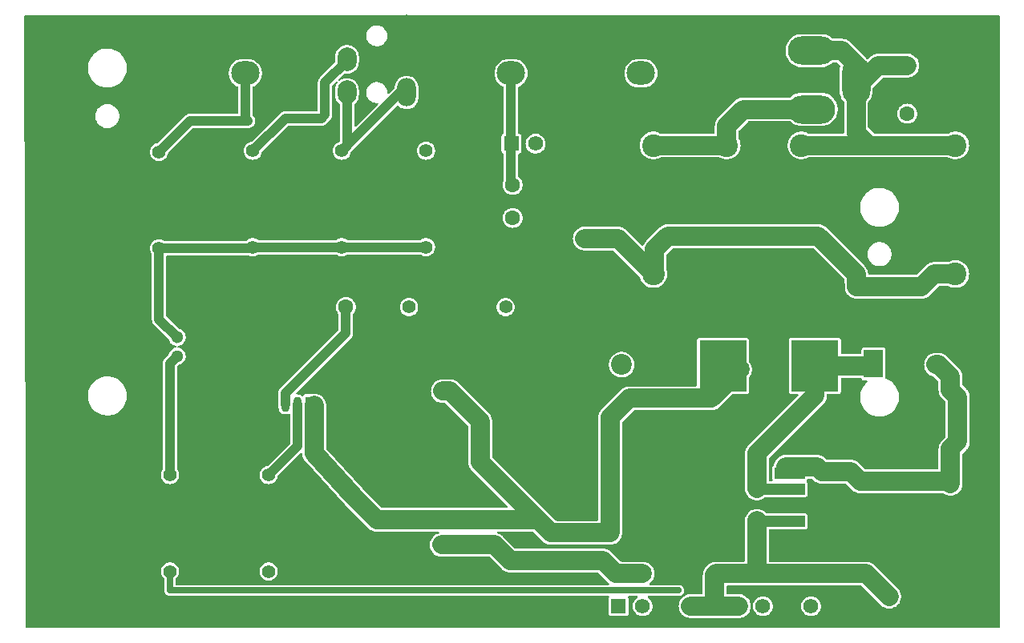
<source format=gbl>
G04 Layer: BottomLayer*
G04 EasyEDA v6.5.42, 2024-03-05 11:07:17*
G04 3b4d56fbe8a64d45884a67d00f8a37e5,a2f4cb7aa3704937908c5b59a0d1150c,10*
G04 Gerber Generator version 0.2*
G04 Scale: 100 percent, Rotated: No, Reflected: No *
G04 Dimensions in millimeters *
G04 leading zeros omitted , absolute positions ,4 integer and 5 decimal *
%FSLAX45Y45*%
%MOMM*%

%AMMACRO1*21,1,$1,$2,0,0,$3*%
%AMMACRO2*4,1,8,4.064,3.683,-2.54,3.683,-2.54,5.461,-4.064,5.461,-4.064,-5.461,-2.54,-5.461,-2.54,-4.3175,4.064,-4.3175,4.064,3.683,0*%
%ADD10C,1.0000*%
%ADD11C,2.0000*%
%ADD12C,1.2000*%
%ADD13C,0.6500*%
%ADD14R,5.0000X5.4000*%
%ADD15MACRO1,3.2X1.15X0.0000*%
%ADD16MACRO2*%
%ADD17R,2.0000X3.0000*%
%ADD18C,1.4000*%
%ADD19C,2.2000*%
%ADD20C,1.6000*%
%ADD21C,1.3000*%
%ADD22O,1.9999959999999999X2.999994*%
%ADD23O,1.9999959999999999X2.4999949999999997*%
%ADD24O,2.999994X2.4999949999999997*%
%ADD25O,2.4999949999999997X3.9999919999999998*%
%ADD26O,3.9999919999999998X2.4999949999999997*%
%ADD27C,2.4000*%
%ADD28O,4.9999899999999995X2.999994*%
%ADD29O,2.999994X4.9999899999999995*%
%ADD30MACRO1,1.5748X1.5748X0.0000*%
%ADD31C,1.5748*%
%ADD32O,0.8999982X1.5999968*%
%ADD33MACRO1,0.9X1.6X0.0000*%
%ADD34C,0.6500*%
%ADD35C,0.0129*%

%LPD*%
G36*
X2423668Y3086608D02*
G01*
X2419756Y3087370D01*
X2416505Y3089605D01*
X2414270Y3092856D01*
X2413508Y3096768D01*
X2413508Y4419600D01*
X2400808Y9499650D01*
X2400808Y9552432D01*
X2401570Y9556343D01*
X2403805Y9559594D01*
X2407056Y9561830D01*
X2410968Y9562592D01*
X12689332Y9562592D01*
X12693243Y9561830D01*
X12696494Y9559594D01*
X12698730Y9556343D01*
X12699492Y9552432D01*
X12699492Y3096768D01*
X12698730Y3092856D01*
X12696494Y3089605D01*
X12693243Y3087370D01*
X12689332Y3086608D01*
G37*

%LPC*%
G36*
X9436404Y3188766D02*
G01*
X9943795Y3188766D01*
X9959289Y3189732D01*
X9974224Y3192475D01*
X9988753Y3196996D01*
X10002621Y3203244D01*
X10015626Y3211118D01*
X10027564Y3220466D01*
X10038334Y3231235D01*
X10047681Y3243173D01*
X10055555Y3256178D01*
X10061803Y3270046D01*
X10066324Y3284575D01*
X10069068Y3299510D01*
X10069982Y3314700D01*
X10069068Y3329889D01*
X10066324Y3344824D01*
X10061803Y3359353D01*
X10055555Y3373221D01*
X10047681Y3386226D01*
X10038334Y3398164D01*
X10027564Y3408934D01*
X10015626Y3418281D01*
X10002621Y3426155D01*
X9988753Y3432403D01*
X9974224Y3436924D01*
X9959289Y3439668D01*
X9943795Y3440582D01*
X9826193Y3440582D01*
X9822281Y3441395D01*
X9818979Y3443579D01*
X9816795Y3446881D01*
X9816033Y3450742D01*
X9816033Y3521506D01*
X9816795Y3525418D01*
X9818979Y3528720D01*
X9822281Y3530904D01*
X9826193Y3531666D01*
X11233962Y3531666D01*
X11237823Y3530904D01*
X11241125Y3528720D01*
X11442344Y3327501D01*
X11453977Y3317189D01*
X11466474Y3308553D01*
X11479936Y3301492D01*
X11494160Y3296107D01*
X11508892Y3292449D01*
X11523980Y3290620D01*
X11539220Y3290620D01*
X11554307Y3292449D01*
X11569039Y3296107D01*
X11583263Y3301492D01*
X11596725Y3308553D01*
X11609222Y3317189D01*
X11620601Y3327298D01*
X11630710Y3338677D01*
X11639346Y3351174D01*
X11646408Y3364636D01*
X11651792Y3378860D01*
X11655450Y3393592D01*
X11657279Y3408679D01*
X11657279Y3423920D01*
X11655450Y3439007D01*
X11651792Y3453739D01*
X11646408Y3467963D01*
X11639346Y3481425D01*
X11630710Y3493922D01*
X11620398Y3505555D01*
X11379454Y3746500D01*
X11373764Y3751834D01*
X11367922Y3756710D01*
X11361826Y3761232D01*
X11355425Y3765346D01*
X11348821Y3769106D01*
X11341963Y3772408D01*
X11334953Y3775303D01*
X11327739Y3777792D01*
X11320424Y3779824D01*
X11313007Y3781450D01*
X11305489Y3782568D01*
X11297920Y3783279D01*
X11290147Y3783482D01*
X10270693Y3783482D01*
X10266781Y3784295D01*
X10263479Y3786479D01*
X10261295Y3789781D01*
X10260533Y3793642D01*
X10260533Y4115257D01*
X10261295Y4119118D01*
X10263479Y4122420D01*
X10266781Y4124655D01*
X10270693Y4125417D01*
X10482630Y4125417D01*
X10495229Y4126331D01*
X10501477Y4127652D01*
X10503662Y4127906D01*
X10642396Y4127906D01*
X10648746Y4128617D01*
X10654182Y4130548D01*
X10659110Y4133596D01*
X10663174Y4137710D01*
X10666272Y4142587D01*
X10668152Y4148074D01*
X10668863Y4154373D01*
X10668863Y4268266D01*
X10668152Y4274566D01*
X10666272Y4280052D01*
X10663174Y4284929D01*
X10659110Y4289044D01*
X10654182Y4292092D01*
X10648746Y4294022D01*
X10642396Y4294733D01*
X10503662Y4294733D01*
X10501528Y4294936D01*
X10495229Y4296308D01*
X10482630Y4297222D01*
X10235692Y4297222D01*
X10231780Y4297984D01*
X10228529Y4300220D01*
X10218064Y4310634D01*
X10206126Y4319981D01*
X10193121Y4327855D01*
X10179253Y4334103D01*
X10164724Y4338624D01*
X10149789Y4341368D01*
X10134600Y4342282D01*
X10119410Y4341368D01*
X10104475Y4338624D01*
X10089946Y4334103D01*
X10076078Y4327855D01*
X10063073Y4319981D01*
X10051135Y4310634D01*
X10040366Y4299864D01*
X10031018Y4287926D01*
X10023144Y4274921D01*
X10016896Y4261053D01*
X10012375Y4246524D01*
X10009632Y4231589D01*
X10008717Y4216095D01*
X10008717Y3793642D01*
X10007904Y3789781D01*
X10005720Y3786479D01*
X10002418Y3784295D01*
X9998557Y3783482D01*
X9702952Y3783482D01*
X9695180Y3783279D01*
X9687610Y3782568D01*
X9680092Y3781450D01*
X9672675Y3779824D01*
X9665360Y3777792D01*
X9658146Y3775303D01*
X9651136Y3772408D01*
X9644278Y3769106D01*
X9637674Y3765346D01*
X9631273Y3761232D01*
X9625177Y3756710D01*
X9619335Y3751834D01*
X9613646Y3746500D01*
X9601200Y3734054D01*
X9595866Y3728364D01*
X9590989Y3722522D01*
X9586468Y3716426D01*
X9582353Y3710025D01*
X9578594Y3703421D01*
X9575292Y3696563D01*
X9572396Y3689553D01*
X9569907Y3682339D01*
X9567875Y3675024D01*
X9566249Y3667607D01*
X9565132Y3660089D01*
X9564420Y3652520D01*
X9564217Y3644747D01*
X9564217Y3450742D01*
X9563404Y3446881D01*
X9561220Y3443579D01*
X9557918Y3441395D01*
X9554057Y3440582D01*
X9436404Y3440582D01*
X9420910Y3439668D01*
X9405975Y3436924D01*
X9391446Y3432403D01*
X9377578Y3426155D01*
X9364573Y3418281D01*
X9352635Y3408934D01*
X9341866Y3398164D01*
X9332518Y3386226D01*
X9324644Y3373221D01*
X9318396Y3359353D01*
X9313875Y3344824D01*
X9311132Y3329889D01*
X9310217Y3314700D01*
X9311132Y3299510D01*
X9313875Y3284575D01*
X9318396Y3270046D01*
X9324644Y3256178D01*
X9332518Y3243173D01*
X9341866Y3231235D01*
X9352635Y3220466D01*
X9364573Y3211118D01*
X9377578Y3203244D01*
X9391446Y3196996D01*
X9405975Y3192475D01*
X9420910Y3189732D01*
G37*
G36*
X10198100Y3210052D02*
G01*
X10211765Y3210966D01*
X10225176Y3213658D01*
X10238130Y3218027D01*
X10250424Y3224072D01*
X10261803Y3231692D01*
X10272064Y3240735D01*
X10281107Y3250996D01*
X10288727Y3262376D01*
X10294772Y3274669D01*
X10299141Y3287623D01*
X10301833Y3301034D01*
X10302748Y3314700D01*
X10301833Y3328365D01*
X10299141Y3341776D01*
X10294772Y3354730D01*
X10288727Y3367024D01*
X10281107Y3378403D01*
X10272064Y3388664D01*
X10261803Y3397707D01*
X10250424Y3405327D01*
X10238130Y3411372D01*
X10225176Y3415741D01*
X10211765Y3418433D01*
X10198100Y3419348D01*
X10184434Y3418433D01*
X10171023Y3415741D01*
X10158069Y3411372D01*
X10145776Y3405327D01*
X10134396Y3397707D01*
X10124135Y3388664D01*
X10115092Y3378403D01*
X10107472Y3367024D01*
X10101427Y3354730D01*
X10097058Y3341776D01*
X10094366Y3328365D01*
X10093452Y3314700D01*
X10094366Y3301034D01*
X10097058Y3287623D01*
X10101427Y3274669D01*
X10107472Y3262376D01*
X10115092Y3250996D01*
X10124135Y3240735D01*
X10134396Y3231692D01*
X10145776Y3224072D01*
X10158069Y3218027D01*
X10171023Y3213658D01*
X10184434Y3210966D01*
G37*
G36*
X10706100Y3210052D02*
G01*
X10719765Y3210966D01*
X10733176Y3213658D01*
X10746130Y3218027D01*
X10758424Y3224072D01*
X10769803Y3231692D01*
X10780064Y3240735D01*
X10789107Y3250996D01*
X10796727Y3262376D01*
X10802772Y3274669D01*
X10807141Y3287623D01*
X10809833Y3301034D01*
X10810748Y3314700D01*
X10809833Y3328365D01*
X10807141Y3341776D01*
X10802772Y3354730D01*
X10796727Y3367024D01*
X10789107Y3378403D01*
X10780064Y3388664D01*
X10769803Y3397707D01*
X10758424Y3405327D01*
X10746130Y3411372D01*
X10733176Y3415741D01*
X10719765Y3418433D01*
X10706100Y3419348D01*
X10692434Y3418433D01*
X10679023Y3415741D01*
X10666069Y3411372D01*
X10653776Y3405327D01*
X10642396Y3397707D01*
X10632135Y3388664D01*
X10623092Y3378403D01*
X10615472Y3367024D01*
X10609427Y3354730D01*
X10605058Y3341776D01*
X10602366Y3328365D01*
X10601452Y3314700D01*
X10602366Y3301034D01*
X10605058Y3287623D01*
X10609427Y3274669D01*
X10615472Y3262376D01*
X10623092Y3250996D01*
X10632135Y3240735D01*
X10642396Y3231692D01*
X10653776Y3224072D01*
X10666069Y3218027D01*
X10679023Y3213658D01*
X10692434Y3210966D01*
G37*
G36*
X8595918Y3210052D02*
G01*
X8752281Y3210052D01*
X8758580Y3210763D01*
X8764066Y3212693D01*
X8768943Y3215741D01*
X8773058Y3219856D01*
X8776106Y3224733D01*
X8778036Y3230219D01*
X8778748Y3236518D01*
X8778748Y3392881D01*
X8778036Y3399180D01*
X8776106Y3404666D01*
X8773922Y3409848D01*
X8774277Y3414166D01*
X8776360Y3417925D01*
X8779764Y3420465D01*
X8783980Y3421379D01*
X8866378Y3421379D01*
X8870543Y3420465D01*
X8873998Y3417925D01*
X8876080Y3414166D01*
X8876436Y3409899D01*
X8875014Y3405886D01*
X8872016Y3402787D01*
X8864396Y3397707D01*
X8854135Y3388664D01*
X8845092Y3378403D01*
X8837472Y3367024D01*
X8831427Y3354730D01*
X8827058Y3341776D01*
X8824366Y3328365D01*
X8823452Y3314700D01*
X8824366Y3301034D01*
X8827058Y3287623D01*
X8831427Y3274669D01*
X8837472Y3262376D01*
X8845092Y3250996D01*
X8854135Y3240735D01*
X8864396Y3231692D01*
X8875776Y3224072D01*
X8888069Y3218027D01*
X8901023Y3213658D01*
X8914434Y3210966D01*
X8928100Y3210052D01*
X8941765Y3210966D01*
X8955176Y3213658D01*
X8968130Y3218027D01*
X8980424Y3224072D01*
X8991803Y3231692D01*
X9002064Y3240735D01*
X9011107Y3250996D01*
X9018727Y3262376D01*
X9024772Y3274669D01*
X9029141Y3287623D01*
X9031833Y3301034D01*
X9032748Y3314700D01*
X9031833Y3328365D01*
X9029141Y3341776D01*
X9024772Y3354730D01*
X9018727Y3367024D01*
X9011107Y3378403D01*
X9002064Y3388664D01*
X8991803Y3397707D01*
X8984183Y3402787D01*
X8981186Y3405886D01*
X8979763Y3409899D01*
X8980119Y3414166D01*
X8982202Y3417925D01*
X8985656Y3420465D01*
X8989822Y3421379D01*
X9311081Y3421430D01*
X9320936Y3422650D01*
X9327946Y3424631D01*
X9330436Y3425545D01*
X9336735Y3428492D01*
X9339326Y3430015D01*
X9344812Y3433775D01*
X9347301Y3435908D01*
X9351873Y3440328D01*
X9354210Y3443020D01*
X9357766Y3447897D01*
X9359747Y3451250D01*
X9362338Y3456381D01*
X9363862Y3460292D01*
X9365437Y3465474D01*
X9366351Y3469894D01*
X9367012Y3474974D01*
X9367215Y3479800D01*
X9367012Y3484626D01*
X9366351Y3489706D01*
X9365437Y3494125D01*
X9363862Y3499307D01*
X9362338Y3503218D01*
X9359747Y3508349D01*
X9357766Y3511651D01*
X9354210Y3516579D01*
X9351873Y3519271D01*
X9347301Y3523691D01*
X9344812Y3525824D01*
X9339326Y3529584D01*
X9336735Y3531108D01*
X9330436Y3534054D01*
X9327946Y3534968D01*
X9320936Y3536950D01*
X9318752Y3537356D01*
X9308388Y3538220D01*
X9008922Y3538220D01*
X9004808Y3539083D01*
X9001455Y3541471D01*
X8999321Y3545078D01*
X8998762Y3549192D01*
X8999982Y3553155D01*
X9002623Y3556355D01*
X9011564Y3563365D01*
X9022334Y3574135D01*
X9031681Y3586073D01*
X9039555Y3599078D01*
X9045803Y3612946D01*
X9050324Y3627475D01*
X9053068Y3642410D01*
X9053982Y3657600D01*
X9053068Y3672789D01*
X9050324Y3687724D01*
X9045803Y3702253D01*
X9039555Y3716121D01*
X9031681Y3729126D01*
X9022334Y3741064D01*
X9011564Y3751834D01*
X8999626Y3761181D01*
X8986621Y3769055D01*
X8972753Y3775303D01*
X8958224Y3779824D01*
X8943289Y3782568D01*
X8927795Y3783482D01*
X8705037Y3783482D01*
X8701176Y3784295D01*
X8697874Y3786479D01*
X8598154Y3886200D01*
X8592464Y3891534D01*
X8586622Y3896410D01*
X8580526Y3900932D01*
X8574125Y3905046D01*
X8567521Y3908806D01*
X8560663Y3912108D01*
X8553653Y3915003D01*
X8546439Y3917492D01*
X8539124Y3919524D01*
X8531707Y3921150D01*
X8524189Y3922268D01*
X8516620Y3922979D01*
X8508847Y3923182D01*
X7587437Y3923182D01*
X7583576Y3923995D01*
X7580274Y3926179D01*
X7455153Y4051300D01*
X7449464Y4056634D01*
X7443622Y4061510D01*
X7437526Y4066032D01*
X7431125Y4070146D01*
X7424521Y4073906D01*
X7417663Y4077208D01*
X7410653Y4080103D01*
X7401153Y4083253D01*
X7397496Y4085132D01*
X7394854Y4088333D01*
X7393736Y4092346D01*
X7394295Y4096410D01*
X7396429Y4099966D01*
X7399832Y4102354D01*
X7403896Y4103166D01*
X7766862Y4103166D01*
X7770723Y4102404D01*
X7774025Y4100220D01*
X7873746Y4000500D01*
X7879435Y3995165D01*
X7885277Y3990289D01*
X7891373Y3985768D01*
X7897774Y3981653D01*
X7904378Y3977894D01*
X7911236Y3974592D01*
X7918246Y3971696D01*
X7925460Y3969207D01*
X7932775Y3967175D01*
X7940192Y3965549D01*
X7947710Y3964432D01*
X7955280Y3963720D01*
X7963052Y3963466D01*
X8584895Y3963466D01*
X8600389Y3964432D01*
X8615324Y3967175D01*
X8629853Y3971696D01*
X8643721Y3977944D01*
X8656726Y3985818D01*
X8668664Y3995165D01*
X8679434Y4005935D01*
X8688781Y4017873D01*
X8696655Y4030878D01*
X8702903Y4044746D01*
X8707424Y4059275D01*
X8710168Y4074210D01*
X8711133Y4089704D01*
X8711133Y5252262D01*
X8711895Y5256123D01*
X8714079Y5259425D01*
X8837574Y5382920D01*
X8840876Y5385104D01*
X8844737Y5385866D01*
X9651847Y5385866D01*
X9659620Y5386120D01*
X9667189Y5386832D01*
X9674707Y5387949D01*
X9682124Y5389575D01*
X9689439Y5391607D01*
X9696653Y5394096D01*
X9703663Y5396992D01*
X9710521Y5400294D01*
X9717125Y5404053D01*
X9723526Y5408168D01*
X9729622Y5412689D01*
X9735464Y5417566D01*
X9741154Y5422900D01*
X9865512Y5547258D01*
X9874605Y5557012D01*
X9877348Y5558332D01*
X9880396Y5558790D01*
X10026040Y5558790D01*
X10032339Y5559501D01*
X10037826Y5561431D01*
X10042702Y5564479D01*
X10046817Y5568594D01*
X10049865Y5573471D01*
X10051796Y5578957D01*
X10052507Y5585256D01*
X10052507Y5731510D01*
X10053066Y5734812D01*
X10054691Y5737758D01*
X10060381Y5745073D01*
X10068255Y5758078D01*
X10074503Y5771946D01*
X10079024Y5786475D01*
X10081768Y5801410D01*
X10082682Y5816600D01*
X10081768Y5831789D01*
X10079024Y5846724D01*
X10074503Y5861253D01*
X10068255Y5875121D01*
X10060381Y5888126D01*
X10054691Y5895441D01*
X10053066Y5898388D01*
X10052507Y5901690D01*
X10052507Y6124143D01*
X10051796Y6130442D01*
X10049865Y6135928D01*
X10046817Y6140805D01*
X10042702Y6144920D01*
X10037826Y6147968D01*
X10032339Y6149898D01*
X10026040Y6150610D01*
X9527184Y6150610D01*
X9520834Y6149898D01*
X9515398Y6147968D01*
X9510471Y6144920D01*
X9506407Y6140805D01*
X9503308Y6135928D01*
X9501378Y6130442D01*
X9500666Y6124143D01*
X9500666Y5647842D01*
X9499904Y5643981D01*
X9497720Y5640679D01*
X9494418Y5638495D01*
X9490506Y5637682D01*
X8788552Y5637682D01*
X8780780Y5637479D01*
X8773210Y5636768D01*
X8765692Y5635650D01*
X8758275Y5634024D01*
X8750960Y5631992D01*
X8743746Y5629503D01*
X8736736Y5626608D01*
X8729878Y5623306D01*
X8723274Y5619546D01*
X8716873Y5615432D01*
X8710777Y5610910D01*
X8704935Y5606034D01*
X8699246Y5600700D01*
X8496300Y5397754D01*
X8490966Y5392064D01*
X8486089Y5386222D01*
X8481568Y5380126D01*
X8477453Y5373725D01*
X8473694Y5367121D01*
X8470392Y5360263D01*
X8467496Y5353253D01*
X8465007Y5346039D01*
X8462975Y5338724D01*
X8461349Y5331307D01*
X8460232Y5323789D01*
X8459520Y5316220D01*
X8459317Y5308447D01*
X8459317Y4225442D01*
X8458504Y4221581D01*
X8456320Y4218279D01*
X8453018Y4216095D01*
X8449157Y4215282D01*
X8019237Y4215282D01*
X8015376Y4216095D01*
X8012074Y4218279D01*
X7342479Y4887874D01*
X7340295Y4891176D01*
X7339533Y4895037D01*
X7339533Y5270347D01*
X7339279Y5278120D01*
X7338568Y5285689D01*
X7337450Y5293207D01*
X7335824Y5300624D01*
X7333792Y5307939D01*
X7331303Y5315153D01*
X7328408Y5322163D01*
X7325106Y5329021D01*
X7321346Y5335625D01*
X7317231Y5342026D01*
X7312710Y5348122D01*
X7307834Y5353964D01*
X7302500Y5359654D01*
X6985253Y5676900D01*
X6979564Y5682234D01*
X6973722Y5687110D01*
X6967626Y5691632D01*
X6961225Y5695746D01*
X6954621Y5699506D01*
X6947763Y5702808D01*
X6940753Y5705703D01*
X6933539Y5708192D01*
X6926224Y5710224D01*
X6918807Y5711850D01*
X6911289Y5712968D01*
X6903720Y5713679D01*
X6895947Y5713882D01*
X6820204Y5713882D01*
X6804710Y5712968D01*
X6789775Y5710224D01*
X6775246Y5705703D01*
X6761378Y5699455D01*
X6748373Y5691581D01*
X6736435Y5682234D01*
X6725666Y5671464D01*
X6716318Y5659526D01*
X6708444Y5646521D01*
X6702196Y5632653D01*
X6697675Y5618124D01*
X6694931Y5603189D01*
X6694017Y5588000D01*
X6694931Y5572810D01*
X6697675Y5557875D01*
X6702196Y5543346D01*
X6708444Y5529478D01*
X6716318Y5516473D01*
X6725666Y5504535D01*
X6736435Y5493766D01*
X6748373Y5484418D01*
X6761378Y5476544D01*
X6775246Y5470296D01*
X6789775Y5465775D01*
X6804710Y5463032D01*
X6820204Y5462066D01*
X6839762Y5462066D01*
X6843623Y5461304D01*
X6846925Y5459120D01*
X7084720Y5221325D01*
X7086904Y5218023D01*
X7087717Y5214162D01*
X7087717Y4838852D01*
X7087920Y4831080D01*
X7088631Y4823510D01*
X7089749Y4815992D01*
X7091375Y4808575D01*
X7093407Y4801260D01*
X7095896Y4794046D01*
X7098792Y4787036D01*
X7102094Y4780178D01*
X7105853Y4773574D01*
X7109968Y4767173D01*
X7114489Y4761077D01*
X7119366Y4755235D01*
X7124700Y4749546D01*
X7501890Y4372356D01*
X7504074Y4369054D01*
X7504887Y4365142D01*
X7504074Y4361281D01*
X7501890Y4357979D01*
X7498588Y4355795D01*
X7494727Y4354982D01*
X6177737Y4354982D01*
X6173876Y4355795D01*
X6170574Y4357979D01*
X5970930Y4557674D01*
X5589574Y4973675D01*
X5587593Y4976825D01*
X5586933Y4980533D01*
X5586933Y5435295D01*
X5585968Y5450789D01*
X5583224Y5465724D01*
X5578703Y5480253D01*
X5572455Y5494121D01*
X5564581Y5507126D01*
X5555234Y5519064D01*
X5544464Y5529834D01*
X5532526Y5539181D01*
X5519521Y5547055D01*
X5505653Y5553303D01*
X5491124Y5557824D01*
X5476189Y5560568D01*
X5461000Y5561482D01*
X5445810Y5560568D01*
X5430875Y5557824D01*
X5420715Y5554675D01*
X5417718Y5554218D01*
X5365750Y5554218D01*
X5359450Y5553506D01*
X5353964Y5551576D01*
X5349087Y5548528D01*
X5344972Y5544413D01*
X5342686Y5540705D01*
X5339638Y5537657D01*
X5335625Y5536082D01*
X5331307Y5536336D01*
X5327497Y5538419D01*
X5324856Y5540654D01*
X5315356Y5546445D01*
X5305094Y5550712D01*
X5294274Y5553303D01*
X5283200Y5554167D01*
X5280202Y5553964D01*
X5276138Y5554472D01*
X5272582Y5556504D01*
X5270144Y5559806D01*
X5269230Y5563819D01*
X5269941Y5567832D01*
X5272227Y5571236D01*
X5851042Y6150152D01*
X5858103Y6158992D01*
X5862726Y6166612D01*
X5863844Y6168796D01*
X5867247Y6177026D01*
X5868009Y6179362D01*
X5870143Y6187998D01*
X5870549Y6190437D01*
X5871362Y6199276D01*
X5871413Y6399530D01*
X5872073Y6403086D01*
X5873953Y6406184D01*
X5879490Y6412534D01*
X5887212Y6424066D01*
X5893308Y6436461D01*
X5897778Y6449618D01*
X5900470Y6463182D01*
X5901385Y6477000D01*
X5900470Y6490817D01*
X5897778Y6504381D01*
X5893308Y6517538D01*
X5887212Y6529933D01*
X5879490Y6541465D01*
X5870346Y6551879D01*
X5859932Y6561023D01*
X5848451Y6568694D01*
X5836005Y6574840D01*
X5822899Y6579260D01*
X5809335Y6582003D01*
X5795518Y6582867D01*
X5781649Y6582003D01*
X5768086Y6579260D01*
X5754979Y6574840D01*
X5742533Y6568694D01*
X5731052Y6561023D01*
X5720638Y6551879D01*
X5711494Y6541465D01*
X5703773Y6529933D01*
X5697677Y6517538D01*
X5693206Y6504381D01*
X5690514Y6490817D01*
X5689600Y6477000D01*
X5690514Y6463182D01*
X5693206Y6449618D01*
X5697677Y6436461D01*
X5703773Y6424066D01*
X5711494Y6412534D01*
X5717082Y6406134D01*
X5718962Y6403035D01*
X5719622Y6399479D01*
X5719622Y6237579D01*
X5718860Y6233668D01*
X5716625Y6230366D01*
X5100675Y5614365D01*
X5093614Y5605526D01*
X5088991Y5597906D01*
X5087874Y5595721D01*
X5084470Y5587492D01*
X5083708Y5585155D01*
X5081574Y5576519D01*
X5081168Y5574080D01*
X5080355Y5565241D01*
X5080304Y5448655D01*
X5081168Y5436971D01*
X5083708Y5425948D01*
X5084572Y5423662D01*
X5085283Y5419953D01*
X5085283Y5413705D01*
X5086197Y5402224D01*
X5088788Y5391404D01*
X5093055Y5381142D01*
X5098846Y5371642D01*
X5106060Y5363159D01*
X5114544Y5355945D01*
X5124043Y5350154D01*
X5134305Y5345887D01*
X5145125Y5343296D01*
X5156200Y5342432D01*
X5167274Y5343296D01*
X5178094Y5345887D01*
X5188356Y5350154D01*
X5191810Y5352237D01*
X5195874Y5353659D01*
X5200142Y5353304D01*
X5203850Y5351221D01*
X5206390Y5347766D01*
X5207304Y5343601D01*
X5207304Y5041442D01*
X5206542Y5037582D01*
X5204307Y5034280D01*
X4968341Y4798314D01*
X4965954Y4796536D01*
X4963210Y4795520D01*
X4952542Y4793284D01*
X4940198Y4788916D01*
X4928565Y4782921D01*
X4917897Y4775352D01*
X4908346Y4766411D01*
X4900066Y4756251D01*
X4893259Y4745075D01*
X4888077Y4733086D01*
X4884521Y4720488D01*
X4882743Y4707534D01*
X4882743Y4694428D01*
X4884521Y4681474D01*
X4888077Y4668875D01*
X4893259Y4656886D01*
X4900066Y4645660D01*
X4908346Y4635550D01*
X4917897Y4626610D01*
X4928565Y4619040D01*
X4940198Y4613046D01*
X4952542Y4608626D01*
X4965344Y4605985D01*
X4978400Y4605070D01*
X4991455Y4605985D01*
X5004257Y4608626D01*
X5016601Y4613046D01*
X5028234Y4619040D01*
X5038902Y4626610D01*
X5048453Y4635550D01*
X5056733Y4645660D01*
X5063540Y4656886D01*
X5068773Y4668875D01*
X5072278Y4681474D01*
X5072786Y4685131D01*
X5073751Y4688230D01*
X5075682Y4690922D01*
X5317744Y4933035D01*
X5320944Y4935169D01*
X5324703Y4935982D01*
X5328462Y4935372D01*
X5331764Y4933391D01*
X5334050Y4930292D01*
X5335066Y4926584D01*
X5336286Y4910277D01*
X5339283Y4895392D01*
X5344058Y4880965D01*
X5350560Y4867198D01*
X5358638Y4854346D01*
X5368391Y4842306D01*
X5787186Y4385411D01*
X6032246Y4140200D01*
X6037935Y4134865D01*
X6043777Y4129989D01*
X6049873Y4125468D01*
X6056274Y4121353D01*
X6062878Y4117594D01*
X6069736Y4114292D01*
X6076746Y4111396D01*
X6083960Y4108907D01*
X6091275Y4106875D01*
X6098692Y4105249D01*
X6106210Y4104132D01*
X6113780Y4103420D01*
X6121552Y4103166D01*
X6769862Y4103166D01*
X6773875Y4102354D01*
X6777228Y4100017D01*
X6779412Y4096562D01*
X6780022Y4092498D01*
X6779006Y4088536D01*
X6776466Y4085336D01*
X6772909Y4083354D01*
X6762546Y4080103D01*
X6748678Y4073855D01*
X6735673Y4065981D01*
X6723735Y4056634D01*
X6712966Y4045864D01*
X6703618Y4033926D01*
X6695744Y4020921D01*
X6689496Y4007053D01*
X6684975Y3992524D01*
X6682231Y3977589D01*
X6681317Y3962400D01*
X6682231Y3947210D01*
X6684975Y3932275D01*
X6689496Y3917746D01*
X6695744Y3903878D01*
X6703618Y3890873D01*
X6712966Y3878935D01*
X6723735Y3868165D01*
X6735673Y3858818D01*
X6748678Y3850944D01*
X6762546Y3844696D01*
X6777075Y3840175D01*
X6792010Y3837432D01*
X6807504Y3836466D01*
X7309662Y3836466D01*
X7313523Y3835704D01*
X7316825Y3833520D01*
X7441946Y3708400D01*
X7447635Y3703065D01*
X7453477Y3698189D01*
X7459573Y3693668D01*
X7465974Y3689553D01*
X7472578Y3685794D01*
X7479436Y3682492D01*
X7486446Y3679596D01*
X7493660Y3677107D01*
X7500975Y3675075D01*
X7508392Y3673449D01*
X7515910Y3672332D01*
X7523480Y3671620D01*
X7531252Y3671366D01*
X8452662Y3671366D01*
X8456523Y3670604D01*
X8459825Y3668420D01*
X8559546Y3568700D01*
X8565235Y3563365D01*
X8573668Y3556558D01*
X8576513Y3553409D01*
X8577783Y3549396D01*
X8577326Y3545179D01*
X8575192Y3541572D01*
X8571788Y3539083D01*
X8567674Y3538220D01*
X4005579Y3538220D01*
X4001668Y3538982D01*
X3998366Y3541166D01*
X3996182Y3544468D01*
X3995420Y3548379D01*
X3995420Y3600246D01*
X3996232Y3604310D01*
X3998620Y3607714D01*
X4007053Y3615588D01*
X4015333Y3625748D01*
X4022140Y3636924D01*
X4027373Y3648913D01*
X4030878Y3661511D01*
X4032656Y3674465D01*
X4032656Y3687572D01*
X4030878Y3700526D01*
X4027373Y3713124D01*
X4022140Y3725113D01*
X4015333Y3736340D01*
X4007053Y3746449D01*
X3997502Y3755390D01*
X3986834Y3762959D01*
X3975201Y3768953D01*
X3962857Y3773373D01*
X3950055Y3776014D01*
X3937000Y3776929D01*
X3923944Y3776014D01*
X3911142Y3773373D01*
X3898798Y3768953D01*
X3887165Y3762959D01*
X3876497Y3755390D01*
X3866946Y3746449D01*
X3858666Y3736340D01*
X3851859Y3725113D01*
X3846677Y3713124D01*
X3843121Y3700526D01*
X3841343Y3687572D01*
X3841343Y3674465D01*
X3843121Y3661511D01*
X3846677Y3648913D01*
X3851859Y3636924D01*
X3858666Y3625748D01*
X3866946Y3615588D01*
X3875379Y3607714D01*
X3877767Y3604310D01*
X3878579Y3600246D01*
X3878579Y3480003D01*
X3878783Y3474974D01*
X3879392Y3470198D01*
X3880408Y3465474D01*
X3881780Y3460851D01*
X3883507Y3456330D01*
X3885641Y3452012D01*
X3888130Y3447846D01*
X3890924Y3443935D01*
X3894023Y3440226D01*
X3897426Y3436823D01*
X3901135Y3433724D01*
X3905046Y3430930D01*
X3909212Y3428441D01*
X3913530Y3426307D01*
X3918051Y3424580D01*
X3922674Y3423208D01*
X3927398Y3422192D01*
X3932174Y3421583D01*
X3937203Y3421379D01*
X8564219Y3421379D01*
X8568436Y3420465D01*
X8571839Y3417925D01*
X8573922Y3414166D01*
X8574278Y3409848D01*
X8572093Y3404666D01*
X8570163Y3399180D01*
X8569452Y3392881D01*
X8569452Y3236518D01*
X8570163Y3230219D01*
X8572093Y3224733D01*
X8575141Y3219856D01*
X8579256Y3215741D01*
X8584133Y3212693D01*
X8589619Y3210763D01*
G37*
G36*
X4978400Y3585159D02*
G01*
X4991455Y3586022D01*
X5004257Y3588715D01*
X5016601Y3593084D01*
X5028234Y3599078D01*
X5038902Y3606647D01*
X5048453Y3615588D01*
X5056733Y3625748D01*
X5063540Y3636924D01*
X5068773Y3648913D01*
X5072278Y3661511D01*
X5074056Y3674465D01*
X5074056Y3687572D01*
X5072278Y3700526D01*
X5068773Y3713124D01*
X5063540Y3725113D01*
X5056733Y3736340D01*
X5048453Y3746449D01*
X5038902Y3755390D01*
X5028234Y3762959D01*
X5016601Y3768953D01*
X5004257Y3773373D01*
X4991455Y3776014D01*
X4978400Y3776929D01*
X4965344Y3776014D01*
X4952542Y3773373D01*
X4940198Y3768953D01*
X4928565Y3762959D01*
X4917897Y3755390D01*
X4908346Y3746449D01*
X4900066Y3736340D01*
X4893259Y3725113D01*
X4888077Y3713124D01*
X4884521Y3700526D01*
X4882743Y3687572D01*
X4882743Y3674465D01*
X4884521Y3661511D01*
X4888077Y3648913D01*
X4893259Y3636924D01*
X4900066Y3625748D01*
X4908346Y3615588D01*
X4917897Y3606647D01*
X4928565Y3599078D01*
X4940198Y3593084D01*
X4952542Y3588715D01*
X4965344Y3586022D01*
G37*
G36*
X10134600Y4433417D02*
G01*
X10149789Y4434332D01*
X10164724Y4437075D01*
X10179253Y4441596D01*
X10193121Y4447844D01*
X10206126Y4455718D01*
X10216235Y4463592D01*
X10219182Y4465218D01*
X10222484Y4465777D01*
X10482630Y4465777D01*
X10495229Y4466691D01*
X10501477Y4468012D01*
X10503662Y4468266D01*
X10642396Y4468266D01*
X10648746Y4468977D01*
X10654182Y4470908D01*
X10659110Y4473956D01*
X10663174Y4478070D01*
X10666272Y4482947D01*
X10668152Y4488434D01*
X10668863Y4494733D01*
X10668863Y4608626D01*
X10668152Y4614926D01*
X10666272Y4620412D01*
X10663174Y4625289D01*
X10658906Y4629607D01*
X10656671Y4632858D01*
X10655909Y4636770D01*
X10656671Y4640630D01*
X10658906Y4643932D01*
X10663174Y4648250D01*
X10666272Y4653127D01*
X10666984Y4655210D01*
X10669117Y4658766D01*
X10672521Y4661154D01*
X10676585Y4661966D01*
X10713262Y4661966D01*
X10717123Y4661204D01*
X10720425Y4659020D01*
X10731246Y4648200D01*
X10736935Y4642866D01*
X10742777Y4637989D01*
X10748873Y4633468D01*
X10755274Y4629353D01*
X10761878Y4625594D01*
X10768736Y4622292D01*
X10775746Y4619396D01*
X10782960Y4616907D01*
X10790275Y4614875D01*
X10797692Y4613249D01*
X10805210Y4612132D01*
X10812780Y4611420D01*
X10820552Y4611166D01*
X11068862Y4611166D01*
X11072723Y4610404D01*
X11076025Y4608220D01*
X11137646Y4546600D01*
X11143335Y4541266D01*
X11149177Y4536389D01*
X11155273Y4531868D01*
X11161674Y4527753D01*
X11168278Y4523994D01*
X11175136Y4520692D01*
X11182146Y4517796D01*
X11189360Y4515307D01*
X11196675Y4513275D01*
X11204092Y4511649D01*
X11211610Y4510532D01*
X11219180Y4509820D01*
X11226952Y4509566D01*
X12100306Y4509566D01*
X12103658Y4509058D01*
X12114174Y4502353D01*
X12120778Y4498594D01*
X12127636Y4495292D01*
X12134646Y4492396D01*
X12141860Y4489907D01*
X12149175Y4487875D01*
X12156592Y4486249D01*
X12164110Y4485132D01*
X12171680Y4484420D01*
X12179300Y4484217D01*
X12186920Y4484420D01*
X12194489Y4485132D01*
X12202007Y4486249D01*
X12209424Y4487875D01*
X12216739Y4489907D01*
X12223953Y4492396D01*
X12230963Y4495292D01*
X12237821Y4498594D01*
X12244425Y4502353D01*
X12250826Y4506468D01*
X12256922Y4510989D01*
X12262764Y4515866D01*
X12268352Y4521047D01*
X12273534Y4526635D01*
X12278410Y4532477D01*
X12282932Y4538573D01*
X12287046Y4544974D01*
X12290806Y4551578D01*
X12294108Y4558436D01*
X12297003Y4565446D01*
X12299492Y4572660D01*
X12301524Y4579975D01*
X12303150Y4587392D01*
X12304268Y4594910D01*
X12304979Y4602480D01*
X12305233Y4610252D01*
X12305233Y4922062D01*
X12305995Y4925923D01*
X12308179Y4929225D01*
X12344400Y4965446D01*
X12349734Y4971135D01*
X12354610Y4976977D01*
X12359132Y4983073D01*
X12363246Y4989474D01*
X12367006Y4996078D01*
X12370308Y5002936D01*
X12373203Y5009946D01*
X12375692Y5017160D01*
X12377724Y5024475D01*
X12379350Y5031892D01*
X12380468Y5039410D01*
X12381179Y5046980D01*
X12381433Y5054752D01*
X12381433Y5524347D01*
X12381179Y5532120D01*
X12380468Y5539689D01*
X12379350Y5547207D01*
X12377724Y5554624D01*
X12375692Y5561939D01*
X12373203Y5569153D01*
X12370308Y5576163D01*
X12367006Y5583021D01*
X12363246Y5589625D01*
X12359132Y5596026D01*
X12354610Y5602122D01*
X12349734Y5607964D01*
X12344400Y5613654D01*
X12308179Y5649874D01*
X12305995Y5653176D01*
X12305233Y5657037D01*
X12305233Y5740247D01*
X12304979Y5748020D01*
X12304268Y5755589D01*
X12303150Y5763107D01*
X12301524Y5770524D01*
X12299492Y5777839D01*
X12297003Y5785053D01*
X12294108Y5792063D01*
X12290806Y5798921D01*
X12287046Y5805525D01*
X12282932Y5811926D01*
X12278410Y5818022D01*
X12273534Y5823864D01*
X12268200Y5829554D01*
X12141454Y5956300D01*
X12135764Y5961634D01*
X12129922Y5966510D01*
X12123826Y5971032D01*
X12117425Y5975146D01*
X12110821Y5978906D01*
X12103963Y5982208D01*
X12096953Y5985103D01*
X12089739Y5987592D01*
X12082424Y5989624D01*
X12075007Y5991250D01*
X12067489Y5992368D01*
X12059920Y5993079D01*
X12052147Y5993282D01*
X12027204Y5993282D01*
X12011710Y5992368D01*
X11996775Y5989624D01*
X11982246Y5985103D01*
X11968378Y5978855D01*
X11955373Y5970981D01*
X11943435Y5961634D01*
X11932666Y5950864D01*
X11923318Y5938926D01*
X11915444Y5925921D01*
X11909196Y5912053D01*
X11904675Y5897524D01*
X11901932Y5882589D01*
X11901017Y5867400D01*
X11901932Y5852210D01*
X11904675Y5837275D01*
X11909196Y5822746D01*
X11915444Y5808878D01*
X11923318Y5795873D01*
X11932666Y5783935D01*
X11943435Y5773166D01*
X11955373Y5763818D01*
X11968378Y5755944D01*
X11982246Y5749696D01*
X11993930Y5746038D01*
X11996166Y5745022D01*
X11998096Y5743549D01*
X12050420Y5691225D01*
X12052604Y5687923D01*
X12053417Y5684062D01*
X12053417Y5600852D01*
X12053620Y5593080D01*
X12054332Y5585510D01*
X12055449Y5577992D01*
X12057075Y5570575D01*
X12059107Y5563260D01*
X12061596Y5556046D01*
X12064492Y5549036D01*
X12067794Y5542178D01*
X12071553Y5535574D01*
X12075668Y5529173D01*
X12080189Y5523077D01*
X12085066Y5517235D01*
X12090400Y5511546D01*
X12126620Y5475325D01*
X12128804Y5472023D01*
X12129617Y5468162D01*
X12129617Y5110937D01*
X12128804Y5107076D01*
X12126620Y5103774D01*
X12090400Y5067554D01*
X12085066Y5061864D01*
X12080189Y5056022D01*
X12075668Y5049926D01*
X12071553Y5043525D01*
X12067794Y5036921D01*
X12064492Y5030063D01*
X12061596Y5023053D01*
X12059107Y5015839D01*
X12057075Y5008524D01*
X12055449Y5001107D01*
X12054332Y4993589D01*
X12053620Y4986020D01*
X12053417Y4978247D01*
X12053417Y4771542D01*
X12052604Y4767681D01*
X12050420Y4764379D01*
X12047118Y4762195D01*
X12043257Y4761382D01*
X11283137Y4761382D01*
X11279276Y4762195D01*
X11275974Y4764379D01*
X11214354Y4826000D01*
X11208664Y4831334D01*
X11202822Y4836210D01*
X11196726Y4840732D01*
X11190325Y4844846D01*
X11183721Y4848606D01*
X11176863Y4851908D01*
X11169853Y4854803D01*
X11162639Y4857292D01*
X11155324Y4859324D01*
X11147907Y4860950D01*
X11140389Y4862068D01*
X11132820Y4862779D01*
X11125047Y4862982D01*
X10876737Y4862982D01*
X10872876Y4863795D01*
X10869574Y4865979D01*
X10858754Y4876800D01*
X10853064Y4882134D01*
X10847222Y4887010D01*
X10841126Y4891532D01*
X10834725Y4895646D01*
X10828121Y4899406D01*
X10821263Y4902708D01*
X10814253Y4905603D01*
X10807039Y4908092D01*
X10799724Y4910124D01*
X10792307Y4911750D01*
X10784789Y4912868D01*
X10777220Y4913579D01*
X10769447Y4913782D01*
X10439704Y4913782D01*
X10424210Y4912868D01*
X10409275Y4910124D01*
X10394746Y4905603D01*
X10380878Y4899355D01*
X10367873Y4891481D01*
X10355935Y4882134D01*
X10345166Y4871364D01*
X10335818Y4859426D01*
X10327944Y4846421D01*
X10321696Y4832553D01*
X10317175Y4818024D01*
X10315498Y4808880D01*
X10313924Y4805019D01*
X10310926Y4802124D01*
X10306862Y4799584D01*
X10302748Y4795469D01*
X10299700Y4790592D01*
X10297769Y4785106D01*
X10297058Y4778806D01*
X10297058Y4664913D01*
X10297769Y4658614D01*
X10301173Y4649114D01*
X10300817Y4644796D01*
X10298734Y4641037D01*
X10295280Y4638497D01*
X10291064Y4637582D01*
X10270693Y4637582D01*
X10266781Y4638344D01*
X10263479Y4640580D01*
X10261295Y4643882D01*
X10260533Y4647742D01*
X10260533Y4871262D01*
X10261295Y4875123D01*
X10263479Y4878425D01*
X10835487Y5450433D01*
X10840821Y5456123D01*
X10845698Y5461965D01*
X10850219Y5468061D01*
X10854334Y5474462D01*
X10858093Y5481066D01*
X10861395Y5487924D01*
X10864291Y5494934D01*
X10866780Y5502148D01*
X10868812Y5509463D01*
X10870438Y5516880D01*
X10871555Y5524398D01*
X10872266Y5531967D01*
X10872520Y5539740D01*
X10872520Y5548630D01*
X10873282Y5552541D01*
X10875467Y5555792D01*
X10878769Y5558028D01*
X10882680Y5558790D01*
X10996015Y5558790D01*
X11002365Y5559501D01*
X11007801Y5561431D01*
X11012728Y5564479D01*
X11016792Y5568594D01*
X11019891Y5573471D01*
X11021822Y5578957D01*
X11022533Y5585256D01*
X11022533Y5718606D01*
X11023295Y5722518D01*
X11025479Y5725820D01*
X11028781Y5728004D01*
X11032693Y5728766D01*
X11231270Y5728766D01*
X11235385Y5727903D01*
X11238788Y5725464D01*
X11240922Y5721807D01*
X11243259Y5714695D01*
X11246307Y5709869D01*
X11250371Y5705805D01*
X11255298Y5702706D01*
X11260734Y5700776D01*
X11267084Y5700064D01*
X11291417Y5700064D01*
X11295430Y5699252D01*
X11298783Y5696915D01*
X11300917Y5693410D01*
X11301526Y5689346D01*
X11300460Y5685383D01*
X11297970Y5682183D01*
X11289792Y5675274D01*
X11275872Y5661050D01*
X11263426Y5645505D01*
X11252504Y5628894D01*
X11243259Y5611266D01*
X11235791Y5592826D01*
X11230102Y5573776D01*
X11226241Y5554268D01*
X11224361Y5534456D01*
X11224361Y5514543D01*
X11226241Y5494731D01*
X11230102Y5475224D01*
X11235791Y5456174D01*
X11243259Y5437733D01*
X11252504Y5420106D01*
X11263426Y5403494D01*
X11275872Y5387949D01*
X11289792Y5373725D01*
X11304981Y5360924D01*
X11321338Y5349595D01*
X11338763Y5339943D01*
X11357000Y5331968D01*
X11375898Y5325821D01*
X11395354Y5321554D01*
X11415064Y5319166D01*
X11434978Y5318658D01*
X11454841Y5320080D01*
X11474450Y5323433D01*
X11493601Y5328666D01*
X11512245Y5335727D01*
X11530076Y5344566D01*
X11546941Y5355031D01*
X11562791Y5367121D01*
X11577320Y5380685D01*
X11590528Y5395569D01*
X11602212Y5411673D01*
X11612321Y5428792D01*
X11620703Y5446877D01*
X11627307Y5465622D01*
X11632082Y5484926D01*
X11634927Y5504637D01*
X11635892Y5524500D01*
X11634927Y5544362D01*
X11632082Y5564073D01*
X11627307Y5583377D01*
X11620703Y5602122D01*
X11612321Y5620207D01*
X11602212Y5637326D01*
X11590528Y5653430D01*
X11577320Y5668314D01*
X11562791Y5681878D01*
X11546941Y5693968D01*
X11530076Y5704433D01*
X11512245Y5713272D01*
X11498986Y5718302D01*
X11495532Y5720486D01*
X11493246Y5723788D01*
X11492433Y5727801D01*
X11492433Y6025438D01*
X11491671Y6031738D01*
X11489791Y6037224D01*
X11486692Y6042101D01*
X11482628Y6046216D01*
X11477701Y6049264D01*
X11472265Y6051194D01*
X11465915Y6051905D01*
X11267084Y6051905D01*
X11260734Y6051194D01*
X11255298Y6049264D01*
X11250371Y6046216D01*
X11246307Y6042101D01*
X11243208Y6037224D01*
X11241328Y6031738D01*
X11240617Y6025438D01*
X11240617Y5990742D01*
X11239804Y5986881D01*
X11237620Y5983579D01*
X11234318Y5981395D01*
X11230457Y5980582D01*
X11032693Y5980582D01*
X11028781Y5981395D01*
X11025479Y5983579D01*
X11023295Y5986881D01*
X11022533Y5990742D01*
X11022533Y6124143D01*
X11021822Y6130442D01*
X11019891Y6135928D01*
X11016792Y6140805D01*
X11012728Y6144920D01*
X11007801Y6147968D01*
X11002365Y6149898D01*
X10996015Y6150610D01*
X10497159Y6150610D01*
X10490860Y6149898D01*
X10485374Y6147968D01*
X10480497Y6144920D01*
X10476382Y6140805D01*
X10473334Y6135928D01*
X10471404Y6130442D01*
X10470692Y6124143D01*
X10470692Y5585256D01*
X10471404Y5578957D01*
X10473334Y5573471D01*
X10476382Y5568594D01*
X10480497Y5564479D01*
X10485374Y5561431D01*
X10490860Y5559501D01*
X10497159Y5558790D01*
X10563199Y5558790D01*
X10567111Y5558028D01*
X10570413Y5555792D01*
X10572597Y5552541D01*
X10573359Y5548630D01*
X10572597Y5544769D01*
X10570413Y5541467D01*
X10045700Y5016754D01*
X10040366Y5011064D01*
X10035489Y5005222D01*
X10030968Y4999126D01*
X10026853Y4992725D01*
X10023094Y4986121D01*
X10019792Y4979263D01*
X10016896Y4972253D01*
X10014407Y4965039D01*
X10012375Y4957724D01*
X10010749Y4950307D01*
X10009632Y4942789D01*
X10008920Y4935220D01*
X10008717Y4927447D01*
X10008717Y4559604D01*
X10009632Y4544110D01*
X10012375Y4529175D01*
X10016896Y4514646D01*
X10023144Y4500778D01*
X10031018Y4487773D01*
X10040366Y4475835D01*
X10051135Y4465066D01*
X10063073Y4455718D01*
X10076078Y4447844D01*
X10089946Y4441596D01*
X10104475Y4437075D01*
X10119410Y4434332D01*
G37*
G36*
X3937000Y4605070D02*
G01*
X3950055Y4605985D01*
X3962857Y4608626D01*
X3975201Y4613046D01*
X3986834Y4619040D01*
X3997502Y4626610D01*
X4007053Y4635550D01*
X4015333Y4645660D01*
X4022140Y4656886D01*
X4027373Y4668875D01*
X4030878Y4681474D01*
X4032656Y4694428D01*
X4032656Y4707534D01*
X4030878Y4720488D01*
X4027373Y4733086D01*
X4022140Y4745075D01*
X4013504Y4759452D01*
X4012895Y4762855D01*
X4012895Y5846064D01*
X4013657Y5849924D01*
X4015892Y5853226D01*
X4029608Y5866942D01*
X4031640Y5868517D01*
X4033977Y5869533D01*
X4044289Y5872480D01*
X4055872Y5877661D01*
X4066641Y5884367D01*
X4076344Y5892546D01*
X4084828Y5901944D01*
X4091889Y5912459D01*
X4097477Y5923838D01*
X4101388Y5935929D01*
X4103573Y5948375D01*
X4104030Y5961075D01*
X4102709Y5973673D01*
X4099610Y5985967D01*
X4094886Y5997752D01*
X4088536Y6008725D01*
X4080764Y6018733D01*
X4071620Y6027521D01*
X4061358Y6034989D01*
X4050182Y6040932D01*
X4038244Y6045250D01*
X4024833Y6048044D01*
X4021124Y6049670D01*
X4018330Y6052566D01*
X4016857Y6056325D01*
X4017010Y6060338D01*
X4018686Y6063996D01*
X4021683Y6066739D01*
X4025493Y6068060D01*
X4032097Y6069025D01*
X4044289Y6072479D01*
X4055872Y6077661D01*
X4066641Y6084366D01*
X4076344Y6092545D01*
X4084828Y6101943D01*
X4091889Y6112459D01*
X4097477Y6123838D01*
X4101388Y6135928D01*
X4103573Y6148374D01*
X4104030Y6161074D01*
X4102709Y6173673D01*
X4099610Y6185966D01*
X4094886Y6197752D01*
X4088536Y6208725D01*
X4080764Y6218732D01*
X4071620Y6227521D01*
X4061358Y6234988D01*
X4050182Y6240932D01*
X4038244Y6245250D01*
X4034790Y6246012D01*
X4032046Y6247028D01*
X4029710Y6248755D01*
X3901592Y6376873D01*
X3899357Y6380175D01*
X3898595Y6384036D01*
X3898595Y7011212D01*
X3899357Y7015124D01*
X3901592Y7018426D01*
X3904894Y7020610D01*
X3908755Y7021372D01*
X4775301Y7021372D01*
X4778705Y7020814D01*
X4787442Y7017715D01*
X4800244Y7015022D01*
X4813300Y7014159D01*
X4826355Y7015022D01*
X4839157Y7017715D01*
X4851501Y7022084D01*
X4863134Y7028078D01*
X4868976Y7032244D01*
X4871770Y7033615D01*
X4874818Y7034072D01*
X5691581Y7034072D01*
X5694629Y7033615D01*
X5697423Y7032244D01*
X5703265Y7028078D01*
X5714898Y7022084D01*
X5727242Y7017715D01*
X5740044Y7015022D01*
X5753100Y7014159D01*
X5766155Y7015022D01*
X5778957Y7017715D01*
X5791301Y7022084D01*
X5802934Y7028078D01*
X5808776Y7032244D01*
X5811570Y7033615D01*
X5814618Y7034072D01*
X6580581Y7034072D01*
X6583629Y7033615D01*
X6586423Y7032244D01*
X6592265Y7028078D01*
X6603898Y7022084D01*
X6616242Y7017715D01*
X6629044Y7015022D01*
X6642100Y7014159D01*
X6655155Y7015022D01*
X6667957Y7017715D01*
X6680301Y7022084D01*
X6691934Y7028078D01*
X6702602Y7035647D01*
X6712153Y7044588D01*
X6720433Y7054748D01*
X6727240Y7065924D01*
X6732473Y7077913D01*
X6735978Y7090511D01*
X6737756Y7103465D01*
X6737756Y7116572D01*
X6735978Y7129525D01*
X6732473Y7142124D01*
X6727240Y7154113D01*
X6720433Y7165340D01*
X6712153Y7175449D01*
X6702602Y7184390D01*
X6691934Y7191959D01*
X6680301Y7197953D01*
X6667957Y7202373D01*
X6655155Y7205014D01*
X6642100Y7205929D01*
X6629044Y7205014D01*
X6616242Y7202373D01*
X6603898Y7197953D01*
X6592265Y7191959D01*
X6586372Y7187742D01*
X6583578Y7186371D01*
X6580479Y7185914D01*
X5814720Y7185914D01*
X5811621Y7186371D01*
X5808827Y7187742D01*
X5802934Y7191959D01*
X5791301Y7197953D01*
X5778957Y7202373D01*
X5766155Y7205014D01*
X5753100Y7205929D01*
X5740044Y7205014D01*
X5727242Y7202373D01*
X5714898Y7197953D01*
X5703265Y7191959D01*
X5697372Y7187742D01*
X5694578Y7186371D01*
X5691479Y7185914D01*
X4874920Y7185914D01*
X4871821Y7186371D01*
X4869027Y7187742D01*
X4863134Y7191959D01*
X4851501Y7197953D01*
X4839157Y7202373D01*
X4826355Y7205014D01*
X4813300Y7205929D01*
X4800244Y7205014D01*
X4787442Y7202373D01*
X4775098Y7197953D01*
X4763465Y7191959D01*
X4752797Y7184390D01*
X4743704Y7175957D01*
X4740503Y7173925D01*
X4736795Y7173214D01*
X3884320Y7173214D01*
X3881221Y7173671D01*
X3878427Y7175042D01*
X3872534Y7179259D01*
X3860901Y7185253D01*
X3848557Y7189673D01*
X3835755Y7192314D01*
X3822700Y7193229D01*
X3809644Y7192314D01*
X3796842Y7189673D01*
X3784498Y7185253D01*
X3772865Y7179259D01*
X3762197Y7171690D01*
X3752646Y7162749D01*
X3744366Y7152640D01*
X3737559Y7141413D01*
X3732377Y7129424D01*
X3728821Y7116825D01*
X3727043Y7103872D01*
X3727043Y7090765D01*
X3728821Y7077811D01*
X3732377Y7065213D01*
X3737559Y7053224D01*
X3746195Y7038848D01*
X3746804Y7035444D01*
X3746855Y6345732D01*
X3747668Y6336893D01*
X3748074Y6334455D01*
X3750208Y6325870D01*
X3750970Y6323533D01*
X3754374Y6315303D01*
X3755491Y6313119D01*
X3761536Y6303467D01*
X3767175Y6296609D01*
X3922166Y6141618D01*
X3923995Y6139129D01*
X3928922Y6123838D01*
X3934510Y6112459D01*
X3941572Y6101943D01*
X3950055Y6092545D01*
X3959758Y6084366D01*
X3970528Y6077661D01*
X3982110Y6072479D01*
X3994353Y6068974D01*
X4000652Y6068009D01*
X4004411Y6066637D01*
X4007358Y6063945D01*
X4009034Y6060287D01*
X4009136Y6056274D01*
X4007713Y6052515D01*
X4004919Y6049619D01*
X4001262Y6048044D01*
X3988155Y6045250D01*
X3976217Y6040932D01*
X3965041Y6034989D01*
X3954779Y6027521D01*
X3945636Y6018733D01*
X3937863Y6008725D01*
X3931513Y5997752D01*
X3926789Y5985967D01*
X3925062Y5979160D01*
X3924046Y5976620D01*
X3922369Y5974435D01*
X3881475Y5933490D01*
X3875836Y5926632D01*
X3869791Y5916980D01*
X3868674Y5914796D01*
X3865270Y5906566D01*
X3864508Y5904230D01*
X3862374Y5895644D01*
X3861968Y5893206D01*
X3861155Y5884367D01*
X3861104Y4762855D01*
X3860495Y4759452D01*
X3851859Y4745075D01*
X3846677Y4733086D01*
X3843121Y4720488D01*
X3841343Y4707534D01*
X3841343Y4694428D01*
X3843121Y4681474D01*
X3846677Y4668875D01*
X3851859Y4656886D01*
X3858666Y4645660D01*
X3866946Y4635550D01*
X3876497Y4626610D01*
X3887165Y4619040D01*
X3898798Y4613046D01*
X3911142Y4608626D01*
X3923944Y4605985D01*
G37*
G36*
X3281578Y5331358D02*
G01*
X3301441Y5332780D01*
X3321050Y5336133D01*
X3340201Y5341366D01*
X3358845Y5348427D01*
X3376676Y5357266D01*
X3393541Y5367731D01*
X3409391Y5379821D01*
X3423920Y5393385D01*
X3437128Y5408269D01*
X3448812Y5424373D01*
X3458921Y5441492D01*
X3467303Y5459577D01*
X3473907Y5478322D01*
X3478682Y5497626D01*
X3481527Y5517337D01*
X3482492Y5537200D01*
X3481527Y5557062D01*
X3478682Y5576773D01*
X3473907Y5596077D01*
X3467303Y5614822D01*
X3458921Y5632907D01*
X3448812Y5650026D01*
X3437128Y5666130D01*
X3423920Y5681014D01*
X3409391Y5694578D01*
X3393541Y5706668D01*
X3376676Y5717133D01*
X3358845Y5725972D01*
X3340201Y5733034D01*
X3321050Y5738266D01*
X3301441Y5741619D01*
X3281578Y5743041D01*
X3261664Y5742533D01*
X3241954Y5740146D01*
X3222498Y5735878D01*
X3203600Y5729732D01*
X3185363Y5721756D01*
X3167938Y5712104D01*
X3151581Y5700776D01*
X3136392Y5687974D01*
X3122472Y5673750D01*
X3110026Y5658205D01*
X3099104Y5641594D01*
X3089859Y5623966D01*
X3082391Y5605526D01*
X3076702Y5586476D01*
X3072841Y5566968D01*
X3070961Y5547156D01*
X3070961Y5527243D01*
X3072841Y5507431D01*
X3076702Y5487924D01*
X3082391Y5468874D01*
X3089859Y5450433D01*
X3099104Y5432806D01*
X3110026Y5416194D01*
X3122472Y5400649D01*
X3136392Y5386425D01*
X3151581Y5373624D01*
X3167938Y5362295D01*
X3185363Y5352643D01*
X3203600Y5344668D01*
X3222498Y5338521D01*
X3241954Y5334254D01*
X3261664Y5331866D01*
G37*
G36*
X8698280Y5731764D02*
G01*
X8714079Y5731764D01*
X8729776Y5733592D01*
X8745169Y5737250D01*
X8760002Y5742635D01*
X8774125Y5749747D01*
X8787333Y5758434D01*
X8799474Y5768594D01*
X8810294Y5780074D01*
X8819743Y5792724D01*
X8827617Y5806440D01*
X8833916Y5820918D01*
X8838438Y5836056D01*
X8841181Y5851652D01*
X8842095Y5867400D01*
X8841181Y5883198D01*
X8838438Y5898743D01*
X8833916Y5913882D01*
X8827617Y5928410D01*
X8819743Y5942076D01*
X8810294Y5954776D01*
X8799474Y5966256D01*
X8787333Y5976416D01*
X8774125Y5985103D01*
X8760002Y5992164D01*
X8745169Y5997600D01*
X8729776Y6001258D01*
X8714079Y6003086D01*
X8698280Y6003086D01*
X8682583Y6001258D01*
X8667242Y5997600D01*
X8652357Y5992164D01*
X8638235Y5985103D01*
X8625027Y5976416D01*
X8612936Y5966256D01*
X8602116Y5954776D01*
X8592667Y5942076D01*
X8584742Y5928410D01*
X8578494Y5913882D01*
X8573973Y5898743D01*
X8571230Y5883198D01*
X8570315Y5867400D01*
X8571230Y5851652D01*
X8573973Y5836056D01*
X8578494Y5820918D01*
X8584742Y5806440D01*
X8592667Y5792724D01*
X8602116Y5780074D01*
X8612936Y5768594D01*
X8625027Y5758434D01*
X8638235Y5749747D01*
X8652357Y5742635D01*
X8667242Y5737250D01*
X8682583Y5733592D01*
G37*
G36*
X6455765Y6381343D02*
G01*
X6468872Y6381343D01*
X6481826Y6383121D01*
X6494424Y6386626D01*
X6506413Y6391859D01*
X6517640Y6398666D01*
X6527749Y6406946D01*
X6536690Y6416497D01*
X6544259Y6427165D01*
X6550253Y6438798D01*
X6554673Y6451142D01*
X6557314Y6463944D01*
X6558229Y6477000D01*
X6557314Y6490055D01*
X6554673Y6502857D01*
X6550253Y6515201D01*
X6544259Y6526834D01*
X6536690Y6537502D01*
X6527749Y6547053D01*
X6517640Y6555333D01*
X6506413Y6562140D01*
X6494424Y6567322D01*
X6481826Y6570878D01*
X6468872Y6572656D01*
X6455765Y6572656D01*
X6442811Y6570878D01*
X6430213Y6567322D01*
X6418224Y6562140D01*
X6407048Y6555333D01*
X6396888Y6547053D01*
X6387947Y6537502D01*
X6380378Y6526834D01*
X6374384Y6515201D01*
X6370015Y6502857D01*
X6367322Y6490055D01*
X6366459Y6477000D01*
X6367322Y6463944D01*
X6370015Y6451142D01*
X6374384Y6438798D01*
X6380378Y6427165D01*
X6387947Y6416497D01*
X6396888Y6406946D01*
X6407048Y6398666D01*
X6418224Y6391859D01*
X6430213Y6386626D01*
X6442811Y6383121D01*
G37*
G36*
X7475728Y6381343D02*
G01*
X7488834Y6381343D01*
X7501788Y6383121D01*
X7514386Y6386626D01*
X7526375Y6391859D01*
X7537551Y6398666D01*
X7547711Y6406946D01*
X7556652Y6416497D01*
X7564221Y6427165D01*
X7570216Y6438798D01*
X7574584Y6451142D01*
X7577277Y6463944D01*
X7578140Y6477000D01*
X7577277Y6490055D01*
X7574584Y6502857D01*
X7570216Y6515201D01*
X7564221Y6526834D01*
X7556652Y6537502D01*
X7547711Y6547053D01*
X7537551Y6555333D01*
X7526375Y6562140D01*
X7514386Y6567322D01*
X7501788Y6570878D01*
X7488834Y6572656D01*
X7475728Y6572656D01*
X7462774Y6570878D01*
X7450175Y6567322D01*
X7438186Y6562140D01*
X7426959Y6555333D01*
X7416850Y6547053D01*
X7407909Y6537502D01*
X7400340Y6526834D01*
X7394346Y6515201D01*
X7389926Y6502857D01*
X7387285Y6490055D01*
X7386370Y6477000D01*
X7387285Y6463944D01*
X7389926Y6451142D01*
X7394346Y6438798D01*
X7400340Y6427165D01*
X7407909Y6416497D01*
X7416850Y6406946D01*
X7426959Y6398666D01*
X7438186Y6391859D01*
X7450175Y6386626D01*
X7462774Y6383121D01*
G37*
G36*
X11188903Y6566966D02*
G01*
X11874296Y6566966D01*
X11883491Y6567322D01*
X11889638Y6567931D01*
X11898579Y6569303D01*
X11904573Y6570624D01*
X11913260Y6573113D01*
X11919102Y6575145D01*
X11927433Y6578650D01*
X11932970Y6581394D01*
X11940844Y6585864D01*
X11945975Y6589268D01*
X11953240Y6594652D01*
X11957964Y6598615D01*
X11964619Y6604965D01*
X12054484Y6696760D01*
X12057837Y6699046D01*
X12061748Y6699808D01*
X12154103Y6699808D01*
X12156643Y6699503D01*
X12158980Y6698589D01*
X12166803Y6694271D01*
X12181890Y6687972D01*
X12197638Y6683451D01*
X12213742Y6680708D01*
X12230100Y6679793D01*
X12246457Y6680708D01*
X12262561Y6683451D01*
X12278309Y6687972D01*
X12293396Y6694271D01*
X12307722Y6702145D01*
X12321082Y6711645D01*
X12333274Y6722516D01*
X12344146Y6734759D01*
X12353645Y6748068D01*
X12361519Y6762394D01*
X12367818Y6777532D01*
X12372340Y6793230D01*
X12375083Y6809384D01*
X12375997Y6825691D01*
X12375083Y6842048D01*
X12372340Y6858152D01*
X12367818Y6873900D01*
X12361519Y6888988D01*
X12353645Y6903313D01*
X12344146Y6916674D01*
X12333274Y6928866D01*
X12321082Y6939737D01*
X12307722Y6949236D01*
X12293396Y6957161D01*
X12278309Y6963409D01*
X12262561Y6967931D01*
X12246457Y6970674D01*
X12230100Y6971588D01*
X12213742Y6970674D01*
X12197638Y6967931D01*
X12181890Y6963409D01*
X12166803Y6957161D01*
X12159132Y6952894D01*
X12156795Y6951980D01*
X12154255Y6951624D01*
X12004751Y6951624D01*
X11995556Y6951319D01*
X11989409Y6950709D01*
X11980468Y6949338D01*
X11974474Y6948017D01*
X11965787Y6945528D01*
X11959945Y6943496D01*
X11951614Y6939991D01*
X11946077Y6937248D01*
X11938203Y6932777D01*
X11933072Y6929374D01*
X11925808Y6923989D01*
X11921083Y6920026D01*
X11914428Y6913676D01*
X11824563Y6821881D01*
X11821210Y6819595D01*
X11817299Y6818782D01*
X11318900Y6818782D01*
X11315141Y6819544D01*
X11311890Y6821627D01*
X11309654Y6824725D01*
X11308791Y6828485D01*
X11308537Y6833108D01*
X11306708Y6848449D01*
X11303050Y6863181D01*
X11297666Y6877405D01*
X11290604Y6890867D01*
X11281968Y6903364D01*
X11271656Y6914997D01*
X10871454Y7315200D01*
X10865764Y7320534D01*
X10859922Y7325410D01*
X10853826Y7329931D01*
X10847425Y7334046D01*
X10840821Y7337806D01*
X10833963Y7341108D01*
X10826953Y7344003D01*
X10819739Y7346492D01*
X10812424Y7348524D01*
X10805007Y7350150D01*
X10797489Y7351268D01*
X10789920Y7351979D01*
X10782147Y7352182D01*
X9194952Y7352182D01*
X9187180Y7351979D01*
X9179610Y7351268D01*
X9172092Y7350150D01*
X9164675Y7348524D01*
X9157360Y7346492D01*
X9150146Y7344003D01*
X9143136Y7341108D01*
X9136278Y7337806D01*
X9129674Y7334046D01*
X9123273Y7329931D01*
X9117177Y7325410D01*
X9111335Y7320534D01*
X9105646Y7315200D01*
X8966200Y7175753D01*
X8960866Y7170064D01*
X8955989Y7164222D01*
X8951468Y7158126D01*
X8947353Y7151725D01*
X8943594Y7145121D01*
X8940342Y7138365D01*
X8936786Y7129424D01*
X8934602Y7126071D01*
X8931351Y7123836D01*
X8927439Y7123023D01*
X8923477Y7123785D01*
X8920175Y7125970D01*
X8756345Y7289800D01*
X8750655Y7295134D01*
X8744813Y7300010D01*
X8738717Y7304531D01*
X8732316Y7308646D01*
X8725712Y7312406D01*
X8718854Y7315708D01*
X8711844Y7318603D01*
X8704630Y7321092D01*
X8697315Y7323124D01*
X8689898Y7324750D01*
X8682380Y7325868D01*
X8674811Y7326579D01*
X8667038Y7326782D01*
X8318804Y7326782D01*
X8303310Y7325868D01*
X8288375Y7323124D01*
X8273846Y7318603D01*
X8259978Y7312355D01*
X8246973Y7304481D01*
X8235035Y7295134D01*
X8224266Y7284364D01*
X8214918Y7272426D01*
X8207044Y7259421D01*
X8200796Y7245553D01*
X8196275Y7231024D01*
X8193531Y7216089D01*
X8192617Y7200900D01*
X8193531Y7185710D01*
X8196275Y7170775D01*
X8200796Y7156246D01*
X8207044Y7142378D01*
X8214918Y7129373D01*
X8224266Y7117435D01*
X8235035Y7106666D01*
X8246973Y7097318D01*
X8259978Y7089444D01*
X8273846Y7083196D01*
X8288375Y7078675D01*
X8303310Y7075931D01*
X8318804Y7074966D01*
X8610854Y7074966D01*
X8614714Y7074204D01*
X8618016Y7072020D01*
X8899652Y6790334D01*
X8901226Y6788353D01*
X8902242Y6785965D01*
X8904681Y6777532D01*
X8910980Y6762394D01*
X8918854Y6748068D01*
X8928354Y6734759D01*
X8939225Y6722516D01*
X8951417Y6711645D01*
X8964777Y6702145D01*
X8979103Y6694271D01*
X8994190Y6687972D01*
X9009938Y6683451D01*
X9026042Y6680708D01*
X9042400Y6679793D01*
X9058757Y6680708D01*
X9074861Y6683451D01*
X9090609Y6687972D01*
X9105696Y6694271D01*
X9120022Y6702145D01*
X9133382Y6711645D01*
X9145574Y6722516D01*
X9156446Y6734759D01*
X9165945Y6748068D01*
X9173819Y6762394D01*
X9180118Y6777532D01*
X9184640Y6793230D01*
X9187383Y6809384D01*
X9188297Y6825691D01*
X9187383Y6842048D01*
X9184640Y6858152D01*
X9181388Y6869379D01*
X9181033Y6872173D01*
X9181033Y7030262D01*
X9181795Y7034123D01*
X9183979Y7037425D01*
X9243974Y7097420D01*
X9247276Y7099604D01*
X9251137Y7100366D01*
X10725962Y7100366D01*
X10729823Y7099604D01*
X10733125Y7097420D01*
X11056416Y6774129D01*
X11058550Y6771030D01*
X11059414Y6767372D01*
X11062919Y6687566D01*
X11063732Y6677659D01*
X11064494Y6672325D01*
X11066475Y6662674D01*
X11067897Y6657492D01*
X11070996Y6648196D01*
X11073028Y6643217D01*
X11077244Y6634327D01*
X11079835Y6629603D01*
X11085118Y6621322D01*
X11088268Y6616953D01*
X11094516Y6609334D01*
X11098174Y6605422D01*
X11105286Y6598615D01*
X11109350Y6595109D01*
X11117224Y6589217D01*
X11121745Y6586270D01*
X11130280Y6581394D01*
X11135055Y6579006D01*
X11144148Y6575145D01*
X11149177Y6573367D01*
X11158626Y6570624D01*
X11163909Y6569456D01*
X11173612Y6567881D01*
X11178946Y6567373D01*
G37*
G36*
X11430000Y6908292D02*
G01*
X11445392Y6909257D01*
X11460530Y6912000D01*
X11475212Y6916572D01*
X11489232Y6922922D01*
X11502440Y6930898D01*
X11514531Y6940397D01*
X11525402Y6951268D01*
X11534902Y6963359D01*
X11542877Y6976567D01*
X11549227Y6990588D01*
X11553799Y7005269D01*
X11556542Y7020407D01*
X11557508Y7035800D01*
X11556542Y7051192D01*
X11553799Y7066330D01*
X11549227Y7081012D01*
X11542877Y7095032D01*
X11534902Y7108240D01*
X11525402Y7120331D01*
X11514531Y7131202D01*
X11502440Y7140702D01*
X11489232Y7148677D01*
X11475212Y7155027D01*
X11460530Y7159599D01*
X11445392Y7162342D01*
X11430000Y7163308D01*
X11414607Y7162342D01*
X11399469Y7159599D01*
X11384788Y7155027D01*
X11370767Y7148677D01*
X11357559Y7140702D01*
X11345468Y7131202D01*
X11334597Y7120331D01*
X11325098Y7108240D01*
X11317122Y7095032D01*
X11310772Y7081012D01*
X11306200Y7066330D01*
X11303457Y7051192D01*
X11302492Y7035800D01*
X11303457Y7020407D01*
X11306200Y7005269D01*
X11310772Y6990588D01*
X11317122Y6976567D01*
X11325098Y6963359D01*
X11334597Y6951268D01*
X11345468Y6940397D01*
X11357559Y6930898D01*
X11370767Y6922922D01*
X11384788Y6916572D01*
X11399469Y6912000D01*
X11414607Y6909257D01*
G37*
G36*
X7556500Y7313726D02*
G01*
X7570317Y7314590D01*
X7583881Y7317333D01*
X7597038Y7321753D01*
X7609433Y7327900D01*
X7620965Y7335570D01*
X7631379Y7344714D01*
X7640523Y7355128D01*
X7648194Y7366660D01*
X7654340Y7379055D01*
X7658760Y7392212D01*
X7661503Y7405776D01*
X7662367Y7419594D01*
X7661503Y7433411D01*
X7658760Y7446975D01*
X7654340Y7460132D01*
X7648194Y7472527D01*
X7640523Y7484059D01*
X7631379Y7494473D01*
X7620965Y7503617D01*
X7609433Y7511288D01*
X7597038Y7517434D01*
X7583881Y7521854D01*
X7570317Y7524597D01*
X7556500Y7525461D01*
X7542682Y7524597D01*
X7529118Y7521854D01*
X7515961Y7517434D01*
X7503566Y7511288D01*
X7492034Y7503617D01*
X7481620Y7494473D01*
X7472476Y7484059D01*
X7464806Y7472527D01*
X7458659Y7460132D01*
X7454239Y7446975D01*
X7451496Y7433411D01*
X7450632Y7419594D01*
X7451496Y7405776D01*
X7454239Y7392212D01*
X7458659Y7379055D01*
X7464806Y7366660D01*
X7472476Y7355128D01*
X7481620Y7344714D01*
X7492034Y7335570D01*
X7503566Y7327900D01*
X7515961Y7321753D01*
X7529118Y7317333D01*
X7542682Y7314590D01*
G37*
G36*
X11434978Y7325258D02*
G01*
X11454841Y7326680D01*
X11474450Y7330033D01*
X11493601Y7335266D01*
X11512245Y7342327D01*
X11530076Y7351166D01*
X11546941Y7361631D01*
X11562791Y7373721D01*
X11577320Y7387285D01*
X11590528Y7402169D01*
X11602212Y7418273D01*
X11612321Y7435392D01*
X11620703Y7453477D01*
X11627307Y7472222D01*
X11632082Y7491526D01*
X11634927Y7511237D01*
X11635892Y7531100D01*
X11634927Y7550962D01*
X11632082Y7570673D01*
X11627307Y7589977D01*
X11620703Y7608722D01*
X11612321Y7626807D01*
X11602212Y7643926D01*
X11590528Y7660030D01*
X11577320Y7674914D01*
X11562791Y7688478D01*
X11546941Y7700568D01*
X11530076Y7711033D01*
X11512245Y7719872D01*
X11493601Y7726934D01*
X11474450Y7732166D01*
X11454841Y7735519D01*
X11434978Y7736941D01*
X11415064Y7736433D01*
X11395354Y7734046D01*
X11375898Y7729778D01*
X11357000Y7723631D01*
X11338763Y7715656D01*
X11321338Y7706004D01*
X11304981Y7694675D01*
X11289792Y7681874D01*
X11275872Y7667650D01*
X11263426Y7652105D01*
X11252504Y7635494D01*
X11243259Y7617866D01*
X11235791Y7599425D01*
X11230102Y7580375D01*
X11226241Y7560868D01*
X11224361Y7541056D01*
X11224361Y7521143D01*
X11226241Y7501331D01*
X11230102Y7481824D01*
X11235791Y7462774D01*
X11243259Y7444333D01*
X11252504Y7426706D01*
X11263426Y7410094D01*
X11275872Y7394549D01*
X11289792Y7380325D01*
X11304981Y7367524D01*
X11321338Y7356195D01*
X11338763Y7346543D01*
X11357000Y7338568D01*
X11375898Y7332421D01*
X11395354Y7328153D01*
X11415064Y7325766D01*
G37*
G36*
X7556500Y7663738D02*
G01*
X7570317Y7664602D01*
X7583881Y7667345D01*
X7597038Y7671765D01*
X7609433Y7677912D01*
X7620965Y7685582D01*
X7631379Y7694726D01*
X7640523Y7705140D01*
X7648194Y7716672D01*
X7654340Y7729067D01*
X7658760Y7742224D01*
X7661503Y7755788D01*
X7662367Y7769606D01*
X7661503Y7783423D01*
X7658760Y7796987D01*
X7654340Y7810144D01*
X7648194Y7822539D01*
X7640523Y7834071D01*
X7631379Y7844485D01*
X7617917Y7856321D01*
X7616342Y7859217D01*
X7615783Y7862468D01*
X7615783Y8089798D01*
X7616444Y8093405D01*
X7618374Y8096554D01*
X7621270Y8098790D01*
X7624825Y8099856D01*
X7628280Y8100263D01*
X7633766Y8102193D01*
X7638643Y8105241D01*
X7642758Y8109356D01*
X7645806Y8114233D01*
X7647736Y8119719D01*
X7648448Y8126018D01*
X7648448Y8282381D01*
X7647736Y8288680D01*
X7645806Y8294166D01*
X7642758Y8299043D01*
X7638643Y8303158D01*
X7633766Y8306206D01*
X7628280Y8308136D01*
X7624825Y8308543D01*
X7621270Y8309609D01*
X7618374Y8311845D01*
X7616444Y8314994D01*
X7615783Y8318601D01*
X7615783Y8800134D01*
X7616545Y8804046D01*
X7618780Y8807297D01*
X7622082Y8809532D01*
X7630363Y8812936D01*
X7645146Y8821115D01*
X7658963Y8830919D01*
X7671562Y8842197D01*
X7682839Y8854846D01*
X7692644Y8868613D01*
X7700822Y8883446D01*
X7707325Y8899042D01*
X7711998Y8915349D01*
X7714843Y8932011D01*
X7715758Y8948877D01*
X7714843Y8965793D01*
X7711998Y8982456D01*
X7707325Y8998762D01*
X7700822Y9014358D01*
X7692644Y9029192D01*
X7682839Y9042958D01*
X7671562Y9055608D01*
X7658963Y9066885D01*
X7645146Y9076690D01*
X7630363Y9084868D01*
X7614716Y9091320D01*
X7598460Y9095994D01*
X7581798Y9098838D01*
X7564628Y9099804D01*
X7515148Y9099804D01*
X7497978Y9098838D01*
X7481316Y9095994D01*
X7465059Y9091320D01*
X7449413Y9084868D01*
X7434630Y9076690D01*
X7420813Y9066885D01*
X7408214Y9055608D01*
X7396937Y9042958D01*
X7387132Y9029192D01*
X7378953Y9014358D01*
X7372451Y8998762D01*
X7367778Y8982456D01*
X7364933Y8965793D01*
X7364018Y8948877D01*
X7364933Y8932011D01*
X7367778Y8915349D01*
X7372451Y8899042D01*
X7378953Y8883446D01*
X7387132Y8868613D01*
X7396937Y8854846D01*
X7408214Y8842197D01*
X7420813Y8830919D01*
X7434630Y8821115D01*
X7449413Y8812936D01*
X7457694Y8809532D01*
X7460996Y8807297D01*
X7463231Y8804046D01*
X7463993Y8800134D01*
X7463993Y8316975D01*
X7463129Y8312912D01*
X7460742Y8309508D01*
X7457186Y8307374D01*
X7453833Y8306206D01*
X7448956Y8303158D01*
X7444841Y8299043D01*
X7441793Y8294166D01*
X7439863Y8288680D01*
X7439152Y8282381D01*
X7439152Y8126018D01*
X7439863Y8119719D01*
X7441793Y8114233D01*
X7444841Y8109356D01*
X7448956Y8105241D01*
X7453833Y8102193D01*
X7457186Y8101025D01*
X7460742Y8098891D01*
X7463129Y8095488D01*
X7463993Y8091424D01*
X7463993Y7823250D01*
X7462926Y7818780D01*
X7458659Y7810144D01*
X7454239Y7796987D01*
X7451496Y7783423D01*
X7450632Y7769606D01*
X7451496Y7755788D01*
X7454239Y7742224D01*
X7458659Y7729067D01*
X7464806Y7716672D01*
X7472476Y7705140D01*
X7481620Y7694726D01*
X7492034Y7685582D01*
X7503566Y7677912D01*
X7515961Y7671765D01*
X7529118Y7667345D01*
X7542682Y7664602D01*
G37*
G36*
X3822700Y8021370D02*
G01*
X3835755Y8022285D01*
X3848557Y8024926D01*
X3860901Y8029346D01*
X3872534Y8035340D01*
X3883202Y8042909D01*
X3892753Y8051850D01*
X3901033Y8061959D01*
X3907840Y8073186D01*
X3913073Y8085175D01*
X3916578Y8097774D01*
X3917086Y8101431D01*
X3918051Y8104530D01*
X3919982Y8107222D01*
X4179366Y8366607D01*
X4182668Y8368842D01*
X4186529Y8369604D01*
X4762195Y8369604D01*
X4771186Y8370112D01*
X4773625Y8370417D01*
X4784699Y8372906D01*
X4793030Y8376005D01*
X4795266Y8377021D01*
X4805121Y8382660D01*
X4814011Y8389721D01*
X4820158Y8396122D01*
X4821732Y8398002D01*
X4826863Y8405266D01*
X4828133Y8407400D01*
X4832146Y8415324D01*
X4835855Y8426043D01*
X4836464Y8428431D01*
X4837938Y8437168D01*
X4838192Y8439658D01*
X4838344Y8448548D01*
X4838192Y8450986D01*
X4836566Y8462213D01*
X4834077Y8470747D01*
X4833213Y8473033D01*
X4828336Y8483295D01*
X4821986Y8492693D01*
X4815992Y8499398D01*
X4812080Y8503259D01*
X4809845Y8506561D01*
X4809083Y8510473D01*
X4809083Y8800134D01*
X4809845Y8804046D01*
X4812080Y8807297D01*
X4815382Y8809532D01*
X4823663Y8812936D01*
X4838446Y8821115D01*
X4852263Y8830919D01*
X4864862Y8842197D01*
X4876139Y8854846D01*
X4885944Y8868613D01*
X4894122Y8883446D01*
X4900625Y8899042D01*
X4905298Y8915349D01*
X4908143Y8932011D01*
X4909058Y8948877D01*
X4908143Y8965793D01*
X4905298Y8982456D01*
X4900625Y8998762D01*
X4894122Y9014358D01*
X4885944Y9029192D01*
X4876139Y9042958D01*
X4864862Y9055608D01*
X4852263Y9066885D01*
X4838446Y9076690D01*
X4823663Y9084868D01*
X4808016Y9091320D01*
X4791760Y9095994D01*
X4775098Y9098838D01*
X4757928Y9099804D01*
X4708448Y9099804D01*
X4691278Y9098838D01*
X4674616Y9095994D01*
X4658360Y9091320D01*
X4642713Y9084868D01*
X4627930Y9076690D01*
X4614113Y9066885D01*
X4601514Y9055608D01*
X4590237Y9042958D01*
X4580432Y9029192D01*
X4572254Y9014358D01*
X4565751Y8998762D01*
X4561078Y8982456D01*
X4558233Y8965793D01*
X4557318Y8948877D01*
X4558233Y8932011D01*
X4561078Y8915349D01*
X4565751Y8899042D01*
X4572254Y8883446D01*
X4580432Y8868613D01*
X4590237Y8854846D01*
X4601514Y8842197D01*
X4614113Y8830919D01*
X4627930Y8821115D01*
X4642713Y8812936D01*
X4650994Y8809532D01*
X4654296Y8807297D01*
X4656531Y8804046D01*
X4657293Y8800134D01*
X4657293Y8531555D01*
X4656531Y8527694D01*
X4654296Y8524392D01*
X4650994Y8522157D01*
X4647133Y8521395D01*
X4148226Y8521344D01*
X4139387Y8520531D01*
X4136948Y8520125D01*
X4128312Y8517991D01*
X4126026Y8517229D01*
X4117797Y8513826D01*
X4115612Y8512708D01*
X4105960Y8506663D01*
X4099102Y8501024D01*
X3812641Y8214614D01*
X3810254Y8212836D01*
X3807510Y8211820D01*
X3796842Y8209584D01*
X3784498Y8205216D01*
X3772865Y8199221D01*
X3762197Y8191652D01*
X3752646Y8182711D01*
X3744366Y8172551D01*
X3737559Y8161375D01*
X3732377Y8149386D01*
X3728821Y8136788D01*
X3727043Y8123834D01*
X3727043Y8110728D01*
X3728821Y8097774D01*
X3732377Y8085175D01*
X3737559Y8073186D01*
X3744366Y8061959D01*
X3752646Y8051850D01*
X3762197Y8042909D01*
X3772865Y8035340D01*
X3784498Y8029346D01*
X3796842Y8024926D01*
X3809644Y8022285D01*
G37*
G36*
X6642100Y8034070D02*
G01*
X6655155Y8034985D01*
X6667957Y8037626D01*
X6680301Y8042046D01*
X6691934Y8048040D01*
X6702602Y8055609D01*
X6712153Y8064550D01*
X6720433Y8074659D01*
X6727240Y8085886D01*
X6732473Y8097875D01*
X6735978Y8110474D01*
X6737756Y8123428D01*
X6737756Y8136534D01*
X6735978Y8149488D01*
X6732473Y8162086D01*
X6727240Y8174075D01*
X6720433Y8185251D01*
X6712153Y8195411D01*
X6702602Y8204352D01*
X6691934Y8211921D01*
X6680301Y8217916D01*
X6667957Y8222284D01*
X6655155Y8224977D01*
X6642100Y8225840D01*
X6629044Y8224977D01*
X6616242Y8222284D01*
X6603898Y8217916D01*
X6592265Y8211921D01*
X6581597Y8204352D01*
X6572046Y8195411D01*
X6563766Y8185251D01*
X6556959Y8174075D01*
X6551777Y8162086D01*
X6548221Y8149488D01*
X6546443Y8136534D01*
X6546443Y8123428D01*
X6548221Y8110474D01*
X6551777Y8097875D01*
X6556959Y8085886D01*
X6563766Y8074659D01*
X6572046Y8064550D01*
X6581597Y8055609D01*
X6592265Y8048040D01*
X6603898Y8042046D01*
X6616242Y8037626D01*
X6629044Y8034985D01*
G37*
G36*
X4813300Y8034070D02*
G01*
X4826355Y8034985D01*
X4839157Y8037626D01*
X4851501Y8042046D01*
X4863134Y8048040D01*
X4873802Y8055609D01*
X4883353Y8064550D01*
X4891633Y8074659D01*
X4898440Y8085886D01*
X4903673Y8097875D01*
X4907178Y8110474D01*
X4907686Y8114131D01*
X4908651Y8117230D01*
X4910582Y8119922D01*
X5182666Y8392007D01*
X5185968Y8394242D01*
X5189829Y8395004D01*
X5539841Y8395055D01*
X5548680Y8395868D01*
X5551119Y8396274D01*
X5559755Y8398408D01*
X5562092Y8399170D01*
X5570321Y8402574D01*
X5572506Y8403691D01*
X5580126Y8408314D01*
X5588965Y8415375D01*
X5630824Y8457234D01*
X5637885Y8466074D01*
X5642508Y8473694D01*
X5643626Y8475878D01*
X5647029Y8484108D01*
X5647791Y8486444D01*
X5649925Y8495080D01*
X5650331Y8497519D01*
X5651144Y8506358D01*
X5651195Y8816238D01*
X5651957Y8820150D01*
X5654192Y8823452D01*
X5692648Y8861907D01*
X5696305Y8864244D01*
X5700623Y8864854D01*
X5704789Y8863584D01*
X5708040Y8860688D01*
X5709767Y8856726D01*
X5709716Y8852357D01*
X5707837Y8848445D01*
X5702808Y8842044D01*
X5694934Y8829040D01*
X5688685Y8815171D01*
X5684164Y8800642D01*
X5681421Y8785707D01*
X5680506Y8770213D01*
X5680506Y8720836D01*
X5681421Y8705342D01*
X5684164Y8690406D01*
X5688685Y8675878D01*
X5694934Y8662009D01*
X5702808Y8649004D01*
X5712155Y8637016D01*
X5722924Y8626297D01*
X5726582Y8623401D01*
X5728665Y8621166D01*
X5730036Y8618423D01*
X5730494Y8615426D01*
X5730494Y8230616D01*
X5729630Y8226602D01*
X5727242Y8223199D01*
X5723737Y8221065D01*
X5714898Y8217916D01*
X5703265Y8211921D01*
X5692597Y8204352D01*
X5683046Y8195411D01*
X5674766Y8185251D01*
X5667959Y8174075D01*
X5662777Y8162086D01*
X5659221Y8149488D01*
X5657443Y8136534D01*
X5657443Y8123428D01*
X5659221Y8110474D01*
X5662777Y8097875D01*
X5667959Y8085886D01*
X5674766Y8074659D01*
X5683046Y8064550D01*
X5692597Y8055609D01*
X5703265Y8048040D01*
X5714898Y8042046D01*
X5727242Y8037626D01*
X5740044Y8034985D01*
X5753100Y8034070D01*
X5766155Y8034985D01*
X5778957Y8037626D01*
X5791301Y8042046D01*
X5802934Y8048040D01*
X5813602Y8055609D01*
X5823153Y8064550D01*
X5831433Y8074659D01*
X5838240Y8085886D01*
X5843473Y8097875D01*
X5846978Y8110474D01*
X5847486Y8114131D01*
X5848451Y8117230D01*
X5850331Y8119922D01*
X6335115Y8604707D01*
X6338417Y8606891D01*
X6342329Y8607704D01*
X6346190Y8606891D01*
X6349492Y8604707D01*
X6352946Y8601303D01*
X6364884Y8591905D01*
X6377889Y8584031D01*
X6391757Y8577783D01*
X6406286Y8573262D01*
X6421221Y8570518D01*
X6436410Y8569604D01*
X6451600Y8570518D01*
X6466535Y8573262D01*
X6481064Y8577783D01*
X6494881Y8584031D01*
X6507937Y8591905D01*
X6519875Y8601303D01*
X6530644Y8612022D01*
X6539992Y8624011D01*
X6547866Y8637016D01*
X6554114Y8650884D01*
X6558635Y8665362D01*
X6561378Y8680348D01*
X6562293Y8695842D01*
X6562293Y8795207D01*
X6561378Y8810701D01*
X6558635Y8825636D01*
X6554114Y8840165D01*
X6547866Y8854033D01*
X6539992Y8867038D01*
X6530644Y8878976D01*
X6519875Y8889746D01*
X6507937Y8899093D01*
X6494881Y8906967D01*
X6481064Y8913215D01*
X6466535Y8917736D01*
X6451600Y8920480D01*
X6436410Y8921394D01*
X6421221Y8920480D01*
X6406286Y8917736D01*
X6391757Y8913215D01*
X6377889Y8906967D01*
X6364884Y8899093D01*
X6352946Y8889746D01*
X6342176Y8878976D01*
X6332778Y8867038D01*
X6324955Y8854033D01*
X6318707Y8840165D01*
X6314186Y8825636D01*
X6311442Y8810701D01*
X6310680Y8798610D01*
X6309817Y8795054D01*
X6307734Y8792006D01*
X6249365Y8733637D01*
X6245961Y8731402D01*
X6241948Y8730640D01*
X6237986Y8731554D01*
X6234684Y8733942D01*
X6232601Y8737447D01*
X6232042Y8741460D01*
X6232296Y8745474D01*
X6231382Y8759698D01*
X6228638Y8773617D01*
X6224168Y8787130D01*
X6218021Y8799931D01*
X6210249Y8811818D01*
X6201054Y8822639D01*
X6190538Y8832189D01*
X6178905Y8840317D01*
X6166307Y8846921D01*
X6152946Y8851798D01*
X6139078Y8854948D01*
X6124956Y8856319D01*
X6110732Y8855862D01*
X6096711Y8853627D01*
X6083096Y8849563D01*
X6070092Y8843822D01*
X6057950Y8836456D01*
X6046825Y8827566D01*
X6036970Y8817356D01*
X6028486Y8805976D01*
X6021476Y8793632D01*
X6016142Y8780424D01*
X6012535Y8766708D01*
X6010757Y8752586D01*
X6010757Y8738412D01*
X6012535Y8724290D01*
X6016142Y8710574D01*
X6021476Y8697366D01*
X6028486Y8685022D01*
X6036970Y8673642D01*
X6046825Y8663432D01*
X6057950Y8654542D01*
X6070092Y8647176D01*
X6083096Y8641435D01*
X6096711Y8637371D01*
X6110732Y8635136D01*
X6126175Y8634730D01*
X6129985Y8633866D01*
X6133236Y8631580D01*
X6135319Y8628329D01*
X6136081Y8624468D01*
X6135268Y8620607D01*
X6133084Y8617356D01*
X5899658Y8383930D01*
X5896356Y8381746D01*
X5892444Y8380933D01*
X5888583Y8381746D01*
X5885281Y8383930D01*
X5883046Y8387232D01*
X5882284Y8391093D01*
X5882284Y8615375D01*
X5882741Y8618423D01*
X5884113Y8621166D01*
X5886196Y8623401D01*
X5889904Y8626297D01*
X5900623Y8637016D01*
X5910021Y8649004D01*
X5917895Y8662009D01*
X5924092Y8675878D01*
X5928614Y8690406D01*
X5931357Y8705342D01*
X5932322Y8720836D01*
X5932322Y8770213D01*
X5931357Y8785707D01*
X5928614Y8800642D01*
X5924092Y8815171D01*
X5917895Y8829040D01*
X5910021Y8842044D01*
X5900623Y8853982D01*
X5889904Y8864752D01*
X5877915Y8874099D01*
X5864910Y8881973D01*
X5851042Y8888222D01*
X5836513Y8892743D01*
X5821578Y8895486D01*
X5806389Y8896400D01*
X5791250Y8895486D01*
X5776264Y8892743D01*
X5761736Y8888222D01*
X5747918Y8881973D01*
X5734913Y8874099D01*
X5728462Y8869070D01*
X5724550Y8867190D01*
X5720232Y8867140D01*
X5716219Y8868867D01*
X5713323Y8872118D01*
X5712104Y8876284D01*
X5712663Y8880602D01*
X5715050Y8884259D01*
X5774842Y8944102D01*
X5777484Y8945981D01*
X5780582Y8946946D01*
X5783834Y8946896D01*
X5791200Y8945524D01*
X5806389Y8944610D01*
X5821578Y8945524D01*
X5836513Y8948267D01*
X5851042Y8952788D01*
X5864910Y8959037D01*
X5877915Y8966911D01*
X5889904Y8976258D01*
X5900623Y8987028D01*
X5910021Y8999016D01*
X5917844Y9012021D01*
X5924092Y9025890D01*
X5928614Y9040368D01*
X5931357Y9055354D01*
X5932322Y9070797D01*
X5932322Y9120225D01*
X5931357Y9135668D01*
X5928614Y9150654D01*
X5924092Y9165132D01*
X5917844Y9179001D01*
X5910021Y9192006D01*
X5900623Y9203994D01*
X5889904Y9214764D01*
X5877915Y9224111D01*
X5864910Y9231985D01*
X5851042Y9238234D01*
X5836513Y9242755D01*
X5821578Y9245498D01*
X5806389Y9246412D01*
X5791200Y9245498D01*
X5776264Y9242755D01*
X5761736Y9238234D01*
X5747918Y9231985D01*
X5734862Y9224111D01*
X5722924Y9214764D01*
X5712155Y9203994D01*
X5702808Y9192006D01*
X5694934Y9179001D01*
X5688685Y9165132D01*
X5684164Y9150654D01*
X5681421Y9135668D01*
X5680506Y9120225D01*
X5680557Y9069374D01*
X5679948Y9065158D01*
X5677611Y9061551D01*
X5519775Y8903665D01*
X5512714Y8894826D01*
X5508091Y8887206D01*
X5506974Y8885021D01*
X5503570Y8876792D01*
X5502808Y8874455D01*
X5500674Y8865819D01*
X5500268Y8863380D01*
X5499455Y8854541D01*
X5499404Y8556955D01*
X5498642Y8553094D01*
X5496407Y8549792D01*
X5493105Y8547557D01*
X5489244Y8546795D01*
X5151526Y8546744D01*
X5142687Y8545931D01*
X5140248Y8545525D01*
X5131612Y8543391D01*
X5129326Y8542629D01*
X5121097Y8539226D01*
X5118912Y8538108D01*
X5109260Y8532063D01*
X5102402Y8526424D01*
X4803241Y8227314D01*
X4800854Y8225536D01*
X4798110Y8224520D01*
X4787442Y8222284D01*
X4775098Y8217916D01*
X4763465Y8211921D01*
X4752797Y8204352D01*
X4743246Y8195411D01*
X4734966Y8185251D01*
X4728159Y8174075D01*
X4722977Y8162086D01*
X4719421Y8149488D01*
X4717643Y8136534D01*
X4717643Y8123428D01*
X4719421Y8110474D01*
X4722977Y8097875D01*
X4728159Y8085886D01*
X4734966Y8074659D01*
X4743246Y8064550D01*
X4752797Y8055609D01*
X4763465Y8048040D01*
X4775098Y8042046D01*
X4787442Y8037626D01*
X4800244Y8034985D01*
G37*
G36*
X9042400Y8039811D02*
G01*
X9058757Y8040725D01*
X9074861Y8043468D01*
X9090609Y8047990D01*
X9105696Y8054238D01*
X9113418Y8058556D01*
X9115806Y8059470D01*
X9118346Y8059775D01*
X9741154Y8059775D01*
X9743694Y8059470D01*
X9746081Y8058556D01*
X9753803Y8054238D01*
X9768890Y8047990D01*
X9784638Y8043468D01*
X9800742Y8040725D01*
X9817100Y8039811D01*
X9833457Y8040725D01*
X9849561Y8043468D01*
X9865309Y8047990D01*
X9880396Y8054238D01*
X9894722Y8062163D01*
X9908082Y8071662D01*
X9920274Y8082534D01*
X9931146Y8094725D01*
X9940645Y8108086D01*
X9948519Y8122412D01*
X9954818Y8137499D01*
X9959340Y8153247D01*
X9962083Y8169351D01*
X9962997Y8185708D01*
X9962083Y8202015D01*
X9959340Y8218170D01*
X9954818Y8233867D01*
X9948519Y8249005D01*
X9944252Y8256727D01*
X9943338Y8259114D01*
X9943033Y8261654D01*
X9943033Y8338362D01*
X9943795Y8342223D01*
X9945979Y8345525D01*
X10038892Y8438438D01*
X10042194Y8440623D01*
X10046055Y8441385D01*
X10485831Y8441385D01*
X10489590Y8440674D01*
X10492841Y8438591D01*
X10497820Y8433866D01*
X10511891Y8422944D01*
X10527030Y8413546D01*
X10543032Y8405672D01*
X10559745Y8399475D01*
X10577017Y8395004D01*
X10594594Y8392312D01*
X10612678Y8391398D01*
X10812119Y8391398D01*
X10830204Y8392312D01*
X10847781Y8395004D01*
X10865053Y8399475D01*
X10881766Y8405672D01*
X10897768Y8413546D01*
X10912906Y8422944D01*
X10926978Y8433866D01*
X10939881Y8446109D01*
X10951514Y8459673D01*
X10961674Y8474252D01*
X10970310Y8489848D01*
X10977321Y8506206D01*
X10982655Y8523224D01*
X10986262Y8540699D01*
X10988090Y8558428D01*
X10988090Y8576208D01*
X10986262Y8593937D01*
X10982655Y8611412D01*
X10977321Y8628430D01*
X10970310Y8644788D01*
X10961674Y8660384D01*
X10951514Y8674963D01*
X10939881Y8688527D01*
X10926978Y8700770D01*
X10912906Y8711692D01*
X10897768Y8721090D01*
X10881766Y8728964D01*
X10865053Y8735161D01*
X10847781Y8739632D01*
X10830204Y8742324D01*
X10812119Y8743238D01*
X10612678Y8743238D01*
X10594594Y8742324D01*
X10577017Y8739632D01*
X10559745Y8735161D01*
X10543032Y8728964D01*
X10527030Y8721090D01*
X10511891Y8711692D01*
X10497820Y8700770D01*
X10492841Y8695994D01*
X10489590Y8693962D01*
X10485831Y8693200D01*
X9989870Y8693200D01*
X9982098Y8692997D01*
X9974529Y8692286D01*
X9967010Y8691168D01*
X9959594Y8689543D01*
X9952278Y8687511D01*
X9945065Y8685022D01*
X9938054Y8682126D01*
X9931196Y8678773D01*
X9924592Y8675065D01*
X9918192Y8670950D01*
X9912045Y8666429D01*
X9906203Y8661552D01*
X9900564Y8656218D01*
X9728200Y8483854D01*
X9722866Y8478164D01*
X9717989Y8472322D01*
X9713468Y8466226D01*
X9709353Y8459825D01*
X9705594Y8453221D01*
X9702292Y8446363D01*
X9699396Y8439353D01*
X9696907Y8432139D01*
X9694875Y8424824D01*
X9693249Y8417407D01*
X9692132Y8409889D01*
X9691420Y8402320D01*
X9691217Y8394547D01*
X9691217Y8321751D01*
X9690404Y8317890D01*
X9688220Y8314588D01*
X9684918Y8312403D01*
X9681057Y8311591D01*
X9118346Y8311591D01*
X9115806Y8311946D01*
X9113418Y8312861D01*
X9105696Y8317128D01*
X9090609Y8323427D01*
X9074861Y8327948D01*
X9058757Y8330692D01*
X9042400Y8331606D01*
X9026042Y8330692D01*
X9009938Y8327948D01*
X8994190Y8323427D01*
X8979103Y8317128D01*
X8964777Y8309254D01*
X8951417Y8299754D01*
X8939225Y8288883D01*
X8928354Y8276640D01*
X8918854Y8263331D01*
X8910980Y8249005D01*
X8904681Y8233867D01*
X8900160Y8218170D01*
X8897416Y8202015D01*
X8896502Y8185708D01*
X8897416Y8169351D01*
X8900160Y8153247D01*
X8904681Y8137499D01*
X8910980Y8122412D01*
X8918854Y8108086D01*
X8928354Y8094725D01*
X8939225Y8082534D01*
X8951417Y8071662D01*
X8964777Y8062163D01*
X8979103Y8054238D01*
X8994190Y8047990D01*
X9009938Y8043468D01*
X9026042Y8040725D01*
G37*
G36*
X10604500Y8039811D02*
G01*
X10620857Y8040725D01*
X10636961Y8043468D01*
X10652709Y8047990D01*
X10667796Y8054238D01*
X10675518Y8058556D01*
X10677906Y8059470D01*
X10680446Y8059775D01*
X12154154Y8059775D01*
X12156694Y8059470D01*
X12159081Y8058556D01*
X12166803Y8054238D01*
X12181890Y8047990D01*
X12197638Y8043468D01*
X12213742Y8040725D01*
X12230100Y8039811D01*
X12246457Y8040725D01*
X12262561Y8043468D01*
X12278309Y8047990D01*
X12293396Y8054238D01*
X12307722Y8062163D01*
X12321082Y8071662D01*
X12333274Y8082534D01*
X12344146Y8094725D01*
X12353645Y8108086D01*
X12361519Y8122412D01*
X12367818Y8137499D01*
X12372340Y8153247D01*
X12375083Y8169351D01*
X12375997Y8185708D01*
X12375083Y8202015D01*
X12372340Y8218170D01*
X12367818Y8233867D01*
X12361519Y8249005D01*
X12353645Y8263331D01*
X12344146Y8276640D01*
X12333274Y8288883D01*
X12321082Y8299754D01*
X12307722Y8309254D01*
X12293396Y8317128D01*
X12278309Y8323427D01*
X12262561Y8327948D01*
X12246457Y8330692D01*
X12230100Y8331606D01*
X12213742Y8330692D01*
X12197638Y8327948D01*
X12181890Y8323427D01*
X12166803Y8317128D01*
X12159081Y8312861D01*
X12156694Y8311946D01*
X12154154Y8311591D01*
X11377828Y8311591D01*
X11373967Y8312403D01*
X11370665Y8314588D01*
X11311331Y8373973D01*
X11309096Y8377224D01*
X11308334Y8381136D01*
X11308334Y8640724D01*
X11309045Y8644483D01*
X11311128Y8647734D01*
X11315852Y8652713D01*
X11326774Y8666784D01*
X11336223Y8681923D01*
X11344046Y8697925D01*
X11350244Y8714638D01*
X11354714Y8731859D01*
X11357406Y8749487D01*
X11358321Y8767521D01*
X11358321Y8788450D01*
X11359083Y8792362D01*
X11361318Y8795613D01*
X11466474Y8900820D01*
X11469776Y8903004D01*
X11473637Y8903766D01*
X11721795Y8903766D01*
X11737289Y8904732D01*
X11752224Y8907475D01*
X11766753Y8911996D01*
X11780621Y8918244D01*
X11793626Y8926118D01*
X11805564Y8935466D01*
X11816334Y8946235D01*
X11825681Y8958173D01*
X11833555Y8971178D01*
X11839803Y8985046D01*
X11844324Y8999575D01*
X11847068Y9014510D01*
X11847982Y9029700D01*
X11847068Y9044889D01*
X11844324Y9059824D01*
X11839803Y9074353D01*
X11833555Y9088221D01*
X11825681Y9101226D01*
X11816334Y9113164D01*
X11805564Y9123934D01*
X11793626Y9133281D01*
X11780621Y9141155D01*
X11766753Y9147403D01*
X11752224Y9151924D01*
X11737289Y9154668D01*
X11721795Y9155582D01*
X11417452Y9155582D01*
X11409680Y9155379D01*
X11402110Y9154668D01*
X11394592Y9153550D01*
X11387175Y9151924D01*
X11379860Y9149892D01*
X11372646Y9147403D01*
X11365636Y9144508D01*
X11358778Y9141206D01*
X11352174Y9137446D01*
X11345773Y9133332D01*
X11339677Y9128810D01*
X11333835Y9123934D01*
X11328146Y9118600D01*
X11310620Y9101074D01*
X11307521Y9098991D01*
X11303863Y9098127D01*
X11300104Y9098686D01*
X11296853Y9100566D01*
X11291112Y9105493D01*
X11289131Y9107779D01*
X11286032Y9112707D01*
X11281511Y9118803D01*
X11276685Y9124645D01*
X11271351Y9130284D01*
X11125454Y9276181D01*
X11119764Y9281515D01*
X11113922Y9286392D01*
X11107826Y9290913D01*
X11101425Y9295028D01*
X11094821Y9298787D01*
X11087963Y9302089D01*
X11080953Y9304985D01*
X11073739Y9307474D01*
X11066424Y9309506D01*
X11059007Y9311132D01*
X11051489Y9312249D01*
X11043920Y9312960D01*
X11036147Y9313164D01*
X10938967Y9313164D01*
X10935208Y9313926D01*
X10931956Y9316008D01*
X10926978Y9320733D01*
X10912856Y9331655D01*
X10897768Y9341104D01*
X10881766Y9348927D01*
X10865053Y9355124D01*
X10847781Y9359595D01*
X10830204Y9362287D01*
X10812119Y9363202D01*
X10612628Y9363202D01*
X10594594Y9362287D01*
X10576966Y9359595D01*
X10559745Y9355124D01*
X10543032Y9348927D01*
X10527030Y9341104D01*
X10511891Y9331655D01*
X10497820Y9320733D01*
X10484916Y9308490D01*
X10473283Y9294977D01*
X10463123Y9280347D01*
X10454487Y9264751D01*
X10447426Y9248394D01*
X10442092Y9231376D01*
X10438536Y9213951D01*
X10436707Y9196222D01*
X10436707Y9178391D01*
X10438536Y9160662D01*
X10442092Y9143187D01*
X10447426Y9126220D01*
X10454487Y9109811D01*
X10463123Y9094266D01*
X10473283Y9079636D01*
X10484916Y9066123D01*
X10497820Y9053830D01*
X10511891Y9042908D01*
X10527030Y9033510D01*
X10543032Y9025636D01*
X10559745Y9019438D01*
X10576966Y9015018D01*
X10594594Y9012275D01*
X10612628Y9011361D01*
X10812119Y9011361D01*
X10830204Y9012275D01*
X10847781Y9015018D01*
X10865053Y9019438D01*
X10881766Y9025636D01*
X10897768Y9033510D01*
X10912856Y9042908D01*
X10926978Y9053830D01*
X10931956Y9058554D01*
X10935208Y9060637D01*
X10938967Y9061348D01*
X10979962Y9061348D01*
X10983823Y9060586D01*
X10987125Y9058402D01*
X11012932Y9032544D01*
X11015116Y9029395D01*
X11015929Y9025636D01*
X11015319Y9021876D01*
X11014608Y9019946D01*
X11010138Y9002674D01*
X11007445Y8985097D01*
X11006531Y8967012D01*
X11006531Y8767521D01*
X11007445Y8749487D01*
X11010138Y8731859D01*
X11014608Y8714638D01*
X11020755Y8697925D01*
X11028629Y8681923D01*
X11038027Y8666784D01*
X11048949Y8652713D01*
X11053724Y8647684D01*
X11055807Y8644483D01*
X11056518Y8640673D01*
X11056518Y8325103D01*
X11056670Y8322411D01*
X11056112Y8318296D01*
X11053927Y8314791D01*
X11050574Y8312454D01*
X11046561Y8311591D01*
X10680446Y8311591D01*
X10677906Y8311946D01*
X10675518Y8312861D01*
X10667796Y8317128D01*
X10652709Y8323427D01*
X10636961Y8327948D01*
X10620857Y8330692D01*
X10604500Y8331606D01*
X10588142Y8330692D01*
X10572038Y8327948D01*
X10556290Y8323427D01*
X10541203Y8317128D01*
X10526877Y8309254D01*
X10513517Y8299754D01*
X10501325Y8288883D01*
X10490454Y8276640D01*
X10480954Y8263331D01*
X10473080Y8249005D01*
X10466781Y8233867D01*
X10462260Y8218170D01*
X10459516Y8202015D01*
X10458602Y8185708D01*
X10459516Y8169351D01*
X10462260Y8153247D01*
X10466781Y8137499D01*
X10473080Y8122412D01*
X10480954Y8108086D01*
X10490454Y8094725D01*
X10501325Y8082534D01*
X10513517Y8071662D01*
X10526877Y8062163D01*
X10541203Y8054238D01*
X10556290Y8047990D01*
X10572038Y8043468D01*
X10588142Y8040725D01*
G37*
G36*
X7797800Y8099552D02*
G01*
X7811465Y8100466D01*
X7824876Y8103158D01*
X7837830Y8107527D01*
X7850124Y8113572D01*
X7861503Y8121192D01*
X7871764Y8130235D01*
X7880807Y8140496D01*
X7888427Y8151875D01*
X7894472Y8164169D01*
X7898841Y8177123D01*
X7901533Y8190534D01*
X7902448Y8204200D01*
X7901533Y8217865D01*
X7898841Y8231276D01*
X7894472Y8244230D01*
X7888427Y8256524D01*
X7880807Y8267903D01*
X7871764Y8278164D01*
X7861503Y8287207D01*
X7850124Y8294827D01*
X7837830Y8300872D01*
X7824876Y8305241D01*
X7811465Y8307933D01*
X7797800Y8308848D01*
X7784134Y8307933D01*
X7770723Y8305241D01*
X7757769Y8300872D01*
X7745475Y8294827D01*
X7734096Y8287207D01*
X7723835Y8278164D01*
X7714792Y8267903D01*
X7707172Y8256524D01*
X7701127Y8244230D01*
X7696758Y8231276D01*
X7694066Y8217865D01*
X7693152Y8204200D01*
X7694066Y8190534D01*
X7696758Y8177123D01*
X7701127Y8164169D01*
X7707172Y8151875D01*
X7714792Y8140496D01*
X7723835Y8130235D01*
X7734096Y8121192D01*
X7745475Y8113572D01*
X7757769Y8107527D01*
X7770723Y8103158D01*
X7784134Y8100466D01*
G37*
G36*
X3276600Y8368792D02*
G01*
X3291992Y8369757D01*
X3307130Y8372500D01*
X3321812Y8377072D01*
X3335832Y8383422D01*
X3349040Y8391398D01*
X3361131Y8400897D01*
X3372002Y8411768D01*
X3381501Y8423859D01*
X3389477Y8437067D01*
X3395827Y8451088D01*
X3400399Y8465769D01*
X3403142Y8480907D01*
X3404108Y8496300D01*
X3403142Y8511692D01*
X3400399Y8526830D01*
X3395827Y8541512D01*
X3389477Y8555532D01*
X3381501Y8568740D01*
X3372002Y8580831D01*
X3361131Y8591702D01*
X3349040Y8601202D01*
X3335832Y8609177D01*
X3321812Y8615527D01*
X3307130Y8620099D01*
X3291992Y8622842D01*
X3276600Y8623808D01*
X3261207Y8622842D01*
X3246069Y8620099D01*
X3231388Y8615527D01*
X3217367Y8609177D01*
X3204159Y8601202D01*
X3192068Y8591702D01*
X3181197Y8580831D01*
X3171698Y8568740D01*
X3163722Y8555532D01*
X3157372Y8541512D01*
X3152800Y8526830D01*
X3150057Y8511692D01*
X3149092Y8496300D01*
X3150057Y8480907D01*
X3152800Y8465769D01*
X3157372Y8451088D01*
X3163722Y8437067D01*
X3171698Y8423859D01*
X3181197Y8411768D01*
X3192068Y8400897D01*
X3204159Y8391398D01*
X3217367Y8383422D01*
X3231388Y8377072D01*
X3246069Y8372500D01*
X3261207Y8369757D01*
G37*
G36*
X11722100Y8415832D02*
G01*
X11735917Y8416696D01*
X11749481Y8419439D01*
X11762638Y8423859D01*
X11775033Y8430006D01*
X11786565Y8437676D01*
X11796979Y8446820D01*
X11806123Y8457234D01*
X11813794Y8468766D01*
X11819940Y8481161D01*
X11824360Y8494318D01*
X11827103Y8507882D01*
X11827967Y8521700D01*
X11827103Y8535517D01*
X11824360Y8549081D01*
X11819940Y8562238D01*
X11813794Y8574633D01*
X11806123Y8586165D01*
X11796979Y8596579D01*
X11786565Y8605723D01*
X11775033Y8613394D01*
X11762638Y8619540D01*
X11749481Y8623960D01*
X11735917Y8626703D01*
X11722100Y8627567D01*
X11708282Y8626703D01*
X11694718Y8623960D01*
X11681561Y8619540D01*
X11669166Y8613394D01*
X11657634Y8605723D01*
X11647220Y8596579D01*
X11638076Y8586165D01*
X11630406Y8574633D01*
X11624259Y8562238D01*
X11619839Y8549081D01*
X11617096Y8535517D01*
X11616232Y8521700D01*
X11617096Y8507882D01*
X11619839Y8494318D01*
X11624259Y8481161D01*
X11630406Y8468766D01*
X11638076Y8457234D01*
X11647220Y8446820D01*
X11657634Y8437676D01*
X11669166Y8430006D01*
X11681561Y8423859D01*
X11694718Y8419439D01*
X11708282Y8416696D01*
G37*
G36*
X8886748Y8798001D02*
G01*
X8936228Y8798001D01*
X8953398Y8798966D01*
X8970060Y8801811D01*
X8986316Y8806484D01*
X9001963Y8812936D01*
X9016746Y8821115D01*
X9030563Y8830919D01*
X9043162Y8842197D01*
X9054439Y8854846D01*
X9064244Y8868613D01*
X9072422Y8883446D01*
X9078925Y8899042D01*
X9083598Y8915349D01*
X9086443Y8932011D01*
X9087358Y8948877D01*
X9086443Y8965793D01*
X9083598Y8982456D01*
X9078925Y8998762D01*
X9072422Y9014358D01*
X9064244Y9029192D01*
X9054439Y9042958D01*
X9043162Y9055608D01*
X9030563Y9066885D01*
X9016746Y9076690D01*
X9001963Y9084868D01*
X8986316Y9091320D01*
X8970060Y9095994D01*
X8953398Y9098838D01*
X8936228Y9099804D01*
X8886748Y9099804D01*
X8869578Y9098838D01*
X8852916Y9095994D01*
X8836660Y9091320D01*
X8821013Y9084868D01*
X8806230Y9076690D01*
X8792413Y9066885D01*
X8779814Y9055608D01*
X8768537Y9042958D01*
X8758732Y9029192D01*
X8750554Y9014358D01*
X8744051Y8998762D01*
X8739378Y8982456D01*
X8736533Y8965793D01*
X8735618Y8948877D01*
X8736533Y8932011D01*
X8739378Y8915349D01*
X8744051Y8899042D01*
X8750554Y8883446D01*
X8758732Y8868613D01*
X8768537Y8854846D01*
X8779814Y8842197D01*
X8792413Y8830919D01*
X8806230Y8821115D01*
X8821013Y8812936D01*
X8836660Y8806484D01*
X8852916Y8801811D01*
X8869578Y8798966D01*
G37*
G36*
X3281578Y8798458D02*
G01*
X3301441Y8799880D01*
X3321050Y8803233D01*
X3340201Y8808466D01*
X3358845Y8815527D01*
X3376676Y8824366D01*
X3393541Y8834831D01*
X3409391Y8846921D01*
X3423920Y8860485D01*
X3437128Y8875369D01*
X3448812Y8891473D01*
X3458921Y8908592D01*
X3467303Y8926677D01*
X3473907Y8945422D01*
X3478682Y8964726D01*
X3481527Y8984437D01*
X3482492Y9004300D01*
X3481527Y9024162D01*
X3478682Y9043873D01*
X3473907Y9063177D01*
X3467303Y9081922D01*
X3458921Y9100007D01*
X3448812Y9117126D01*
X3437128Y9133230D01*
X3423920Y9148114D01*
X3409391Y9161678D01*
X3393541Y9173768D01*
X3376676Y9184233D01*
X3358845Y9193072D01*
X3340201Y9200134D01*
X3321050Y9205366D01*
X3301441Y9208719D01*
X3281578Y9210141D01*
X3261664Y9209633D01*
X3241954Y9207246D01*
X3222498Y9202978D01*
X3203600Y9196832D01*
X3185363Y9188856D01*
X3167938Y9179204D01*
X3151581Y9167876D01*
X3136392Y9155074D01*
X3122472Y9140850D01*
X3110026Y9125305D01*
X3099104Y9108694D01*
X3089859Y9091066D01*
X3082391Y9072626D01*
X3076702Y9053576D01*
X3072841Y9034068D01*
X3070961Y9014256D01*
X3070961Y8994343D01*
X3072841Y8974531D01*
X3076702Y8955024D01*
X3082391Y8935974D01*
X3089859Y8917533D01*
X3099104Y8899906D01*
X3110026Y8883294D01*
X3122472Y8867749D01*
X3136392Y8853525D01*
X3151581Y8840724D01*
X3167938Y8829395D01*
X3185363Y8819743D01*
X3203600Y8811768D01*
X3222498Y8805621D01*
X3241954Y8801354D01*
X3261664Y8798966D01*
G37*
G36*
X6124956Y9234678D02*
G01*
X6139078Y9236049D01*
X6152946Y9239199D01*
X6166307Y9244076D01*
X6178905Y9250680D01*
X6190538Y9258808D01*
X6201054Y9268358D01*
X6210249Y9279178D01*
X6218021Y9291066D01*
X6224168Y9303867D01*
X6228638Y9317380D01*
X6231382Y9331299D01*
X6232296Y9345472D01*
X6231382Y9359696D01*
X6228638Y9373616D01*
X6224168Y9387128D01*
X6218021Y9399930D01*
X6210249Y9411817D01*
X6201054Y9422638D01*
X6190538Y9432188D01*
X6178905Y9440316D01*
X6166307Y9446920D01*
X6152946Y9451797D01*
X6139078Y9454946D01*
X6124956Y9456318D01*
X6110732Y9455861D01*
X6096711Y9453626D01*
X6083096Y9449562D01*
X6070092Y9443821D01*
X6057950Y9436455D01*
X6046825Y9427565D01*
X6036970Y9417354D01*
X6028486Y9405975D01*
X6021476Y9393631D01*
X6016142Y9380423D01*
X6012535Y9366707D01*
X6010757Y9352584D01*
X6010757Y9338411D01*
X6012535Y9324289D01*
X6016142Y9310573D01*
X6021476Y9297365D01*
X6028486Y9285020D01*
X6036970Y9273641D01*
X6046825Y9263430D01*
X6057950Y9254540D01*
X6070092Y9247174D01*
X6083096Y9241434D01*
X6096711Y9237370D01*
X6110732Y9235135D01*
G37*

%LPD*%
D10*
X7556500Y7769605D02*
G01*
X7539888Y7786217D01*
X7539888Y8948902D01*
X5753100Y8130034D02*
G01*
X6030465Y8407400D01*
X6368564Y8745499D01*
X6436410Y8745499D01*
D11*
X10712399Y9187281D02*
G01*
X11036300Y9187281D01*
X11182426Y9041155D01*
X11182426Y8867292D01*
X11182426Y8867292D02*
G01*
X11254892Y8867292D01*
X11417300Y9029700D01*
X11722100Y9029700D01*
X12230100Y8185708D02*
G01*
X11321491Y8185708D01*
X11188700Y8318500D01*
X11182423Y8324776D01*
X11182423Y8867292D01*
X10604500Y8185708D02*
G01*
X12230100Y8185708D01*
X12230100Y8185708D01*
X9042400Y8185708D02*
G01*
X9042400Y8185708D01*
X9817100Y8185708D01*
X9817100Y8185708D02*
G01*
X9817100Y8394700D01*
X9989715Y8567315D01*
X10712424Y8567315D01*
X9817100Y6825691D02*
G01*
X10604500Y6825691D01*
X10604500Y6825691D01*
X10083800Y5346700D02*
G01*
X9880600Y5143500D01*
X12026900Y5867400D02*
G01*
X12052300Y5867400D01*
X12179300Y5740400D01*
X12179300Y5600700D01*
X12255500Y5524500D01*
X12255500Y5054600D01*
X12179300Y4978400D01*
X12179300Y4610100D01*
X11404600Y4635500D02*
G01*
X12153900Y4635500D01*
X12179300Y4610100D01*
X11404600Y4635500D02*
G01*
X11226800Y4635500D01*
X11125200Y4737100D01*
X10820400Y4737100D01*
X10769600Y4787900D01*
X10439400Y4787900D01*
X11404600Y4127500D02*
G01*
X11214100Y4127500D01*
X11061700Y3975100D01*
X10439400Y3975100D01*
D12*
X10482986Y4211320D02*
G01*
X10139679Y4211320D01*
X10134600Y4216400D01*
X10482986Y4551679D02*
G01*
X10134600Y4551679D01*
D11*
X10134600Y4216400D02*
G01*
X10134600Y3657600D01*
X9702800Y3657600D01*
X9690100Y3644900D01*
X9690100Y3314700D01*
X9436100Y3314700D02*
G01*
X9944100Y3314700D01*
D13*
X9308828Y3479800D02*
G01*
X3937000Y3479800D01*
X3937000Y3680993D01*
D11*
X8928100Y3657600D02*
G01*
X8648700Y3657600D01*
X8509000Y3797300D01*
X7531100Y3797300D01*
X7366000Y3962400D01*
X6807200Y3962400D01*
X7962900Y4089400D02*
G01*
X7213600Y4838700D01*
X7213600Y5270500D01*
X6896100Y5588000D01*
X6819900Y5588000D01*
X5880100Y4470400D02*
G01*
X5461000Y4927600D01*
X5461000Y5435600D01*
D10*
X6642100Y7109993D02*
G01*
X5753100Y7109993D01*
X5753100Y7109993D02*
G01*
X4813300Y7109993D01*
X4813300Y7109993D02*
G01*
X4800600Y7097293D01*
X3822700Y7097293D01*
X4013200Y6157899D02*
G01*
X3822700Y6348399D01*
X3822700Y7097293D01*
X4013200Y5957900D02*
G01*
X3937000Y5881700D01*
X3937000Y4701006D01*
X4978400Y4701006D02*
G01*
X5283200Y5005806D01*
X5283200Y5448300D01*
X5156200Y5448300D02*
G01*
X5156200Y5562600D01*
X5795518Y6201918D01*
X5795518Y6477000D01*
X3822700Y8117309D02*
G01*
X4150890Y8445500D01*
X4762500Y8445500D01*
X4733188Y8474811D01*
X4733188Y8948902D01*
X4813300Y8130009D02*
G01*
X5154190Y8470900D01*
X5537200Y8470900D01*
X5575300Y8509000D01*
X5575300Y8851900D01*
X5806389Y9082989D01*
X5806389Y9095511D01*
X5753100Y8130009D02*
G01*
X5806389Y8183298D01*
X5806389Y8745499D01*
D11*
X7962900Y4089400D02*
G01*
X7823200Y4229100D01*
X6121400Y4229100D01*
X5880100Y4470400D01*
X7962900Y4089400D02*
G01*
X8585200Y4089400D01*
X8585200Y5308600D01*
X8788400Y5511800D01*
X9652000Y5511800D01*
X9776612Y5636412D01*
X9776612Y5854700D01*
X11531600Y3416300D02*
G01*
X11290300Y3657600D01*
X10134600Y3657600D01*
X9042400Y6825691D02*
G01*
X8667191Y7200900D01*
X8318500Y7200900D01*
X11366500Y5876010D02*
G01*
X11345189Y5854700D01*
X10746587Y5854700D01*
X10746587Y5854700D02*
G01*
X10746587Y5539587D01*
X10134600Y4927600D01*
X10134600Y4559300D01*
X10604500Y6825742D02*
G01*
X10250236Y6825691D01*
X10261600Y5549900D01*
X10083800Y5346700D01*
X12230100Y6825742D02*
G01*
X12004547Y6825742D01*
X11874500Y6692900D01*
X11188700Y6692900D01*
X11182858Y6825742D01*
X10782300Y7226300D01*
X9194800Y7226300D01*
X9055100Y7086600D01*
X9055100Y6838442D01*
X9042400Y6825742D01*
D14*
G01*
X10746587Y5854700D03*
G01*
X9776612Y5854700D03*
D15*
G01*
X10482976Y4041140D03*
G01*
X10482976Y4211319D03*
G01*
X10482976Y4551680D03*
G01*
X10482976Y4381500D03*
G01*
X10482976Y4721859D03*
D16*
G01*
X9481426Y4381500D03*
D17*
G01*
X11366500Y5876010D03*
G01*
X11366500Y6315989D03*
D18*
G01*
X4978400Y4701006D03*
G01*
X4978400Y3680993D03*
D19*
G01*
X7956219Y5867400D03*
G01*
X8706205Y5867400D03*
D20*
G01*
X11404600Y4635500D03*
G01*
X11404600Y4127500D03*
G01*
X7962900Y4089400D03*
G01*
X7962900Y4597400D03*
G01*
X8318500Y7708900D03*
G01*
X8318500Y7200900D03*
G01*
X12179300Y4102100D03*
G01*
X12179300Y4610100D03*
G01*
X5880100Y3962400D03*
G01*
X5880100Y4470400D03*
G01*
X6807200Y4470400D03*
G01*
X6807200Y3962400D03*
G01*
X12026900Y6375400D03*
G01*
X12026900Y5867400D03*
G01*
X6819900Y5588000D03*
G01*
X6819900Y5080000D03*
G01*
X11531600Y3416300D03*
G01*
X12039600Y3416300D03*
G01*
X11722100Y9029700D03*
G01*
X11722100Y8521700D03*
G01*
X7556500Y7769605D03*
G01*
X7556500Y7419594D03*
D21*
G01*
X4013200Y6157899D03*
G01*
X4013200Y5957900D03*
D22*
G01*
X6436410Y8745499D03*
G01*
X6436410Y9415500D03*
D23*
G01*
X5806389Y9095511D03*
G01*
X5806389Y8745499D03*
G01*
X5806389Y9415500D03*
D24*
G01*
X8911488Y8948902D03*
D25*
G01*
X9411487Y8948902D03*
G01*
X8391499Y8948902D03*
D26*
G01*
X8911488Y9436100D03*
D24*
G01*
X7539888Y8948902D03*
D25*
G01*
X8039887Y8948902D03*
G01*
X7019899Y8948902D03*
D26*
G01*
X7539888Y9436100D03*
D24*
G01*
X4733188Y8948902D03*
D25*
G01*
X5233187Y8948902D03*
G01*
X4213199Y8948902D03*
D26*
G01*
X4733188Y9436100D03*
D27*
G01*
X10604500Y6825691D03*
G01*
X10604500Y8185708D03*
G01*
X9817100Y6825691D03*
G01*
X9817100Y8185708D03*
G01*
X9042400Y8185708D03*
G01*
X9042400Y6825691D03*
G01*
X12230100Y8185708D03*
G01*
X12230100Y6825691D03*
D28*
G01*
X10712424Y8567318D03*
G01*
X10712399Y9187281D03*
D29*
G01*
X11182426Y8867292D03*
D30*
G01*
X8674100Y3314700D03*
D31*
G01*
X8928100Y3314700D03*
G01*
X9182100Y3314700D03*
G01*
X9436100Y3314700D03*
G01*
X9690100Y3314700D03*
G01*
X9944100Y3314700D03*
G01*
X10198100Y3314700D03*
G01*
X10452100Y3314700D03*
G01*
X10706100Y3314700D03*
D32*
G01*
X5156200Y5448300D03*
G01*
X5283200Y5448300D03*
D33*
G01*
X5410198Y5448300D03*
D20*
G01*
X4745507Y6477000D03*
G01*
X5795518Y6477000D03*
D18*
G01*
X6462293Y6477000D03*
G01*
X7482306Y6477000D03*
G01*
X6642100Y8130006D03*
G01*
X6642100Y7109993D03*
G01*
X3822700Y8117306D03*
G01*
X3822700Y7097293D03*
G01*
X4813300Y8130006D03*
G01*
X4813300Y7109993D03*
G01*
X5753100Y8130006D03*
G01*
X5753100Y7109993D03*
G01*
X3937000Y4701006D03*
G01*
X3937000Y3680993D03*
G01*
X9118600Y4889500D03*
G01*
X9118600Y4635500D03*
G01*
X9118600Y4381500D03*
G01*
X9118600Y4127500D03*
G01*
X9118600Y3873500D03*
G01*
X9372600Y3873500D03*
G01*
X9626600Y3873500D03*
G01*
X9880600Y3873500D03*
G01*
X9880600Y4140200D03*
G01*
X9880600Y4394200D03*
G01*
X9880600Y4635500D03*
G01*
X9880600Y4889500D03*
G01*
X9626600Y4889500D03*
G01*
X9385300Y4889500D03*
G01*
X9372600Y4635500D03*
G01*
X9372600Y4381500D03*
G01*
X9372600Y4127500D03*
G01*
X9626600Y4127500D03*
G01*
X9626600Y4381500D03*
G01*
X9626600Y4635500D03*
G01*
X9118600Y5130800D03*
G01*
X9385300Y5130800D03*
G01*
X9626600Y5130800D03*
G01*
X9880600Y5143500D03*
G01*
X8839200Y5130800D03*
G01*
X8839200Y4889500D03*
G01*
X8839200Y4635500D03*
G01*
X8839200Y4381500D03*
G01*
X8839200Y4127500D03*
G01*
X8839200Y3873500D03*
G01*
X10083800Y5346700D03*
D30*
G01*
X7543800Y8204200D03*
D31*
G01*
X7797800Y8204200D03*
D11*
G01*
X10134600Y4216400D03*
G01*
X9956800Y5816600D03*
D34*
G01*
X9169400Y3479800D03*
G01*
X9239224Y3479800D03*
G01*
X9308820Y3479800D03*
D11*
G01*
X8928100Y3657600D03*
M02*

</source>
